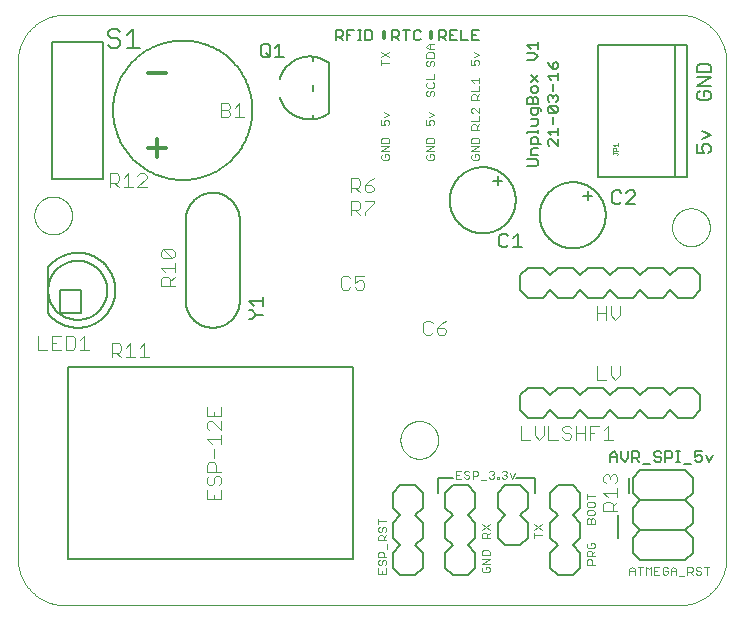
<source format=gto>
G75*
%MOIN*%
%OFA0B0*%
%FSLAX25Y25*%
%IPPOS*%
%LPD*%
%AMOC8*
5,1,8,0,0,1.08239X$1,22.5*
%
%ADD10C,0.00000*%
%ADD11C,0.00400*%
%ADD12C,0.01200*%
%ADD13C,0.00600*%
%ADD14C,0.00500*%
%ADD15C,0.00800*%
%ADD16C,0.00100*%
%ADD17C,0.00700*%
D10*
X0016748Y0029795D02*
X0221472Y0029795D01*
X0221853Y0029800D01*
X0222233Y0029813D01*
X0222613Y0029836D01*
X0222992Y0029869D01*
X0223370Y0029910D01*
X0223747Y0029960D01*
X0224123Y0030020D01*
X0224498Y0030088D01*
X0224870Y0030166D01*
X0225241Y0030253D01*
X0225609Y0030348D01*
X0225975Y0030453D01*
X0226338Y0030566D01*
X0226699Y0030688D01*
X0227056Y0030818D01*
X0227410Y0030958D01*
X0227761Y0031105D01*
X0228108Y0031262D01*
X0228451Y0031426D01*
X0228790Y0031599D01*
X0229125Y0031780D01*
X0229456Y0031969D01*
X0229781Y0032166D01*
X0230102Y0032370D01*
X0230418Y0032583D01*
X0230728Y0032803D01*
X0231034Y0033030D01*
X0231333Y0033265D01*
X0231627Y0033507D01*
X0231915Y0033755D01*
X0232197Y0034011D01*
X0232472Y0034274D01*
X0232741Y0034543D01*
X0233004Y0034818D01*
X0233260Y0035100D01*
X0233508Y0035388D01*
X0233750Y0035682D01*
X0233985Y0035981D01*
X0234212Y0036287D01*
X0234432Y0036597D01*
X0234645Y0036913D01*
X0234849Y0037234D01*
X0235046Y0037559D01*
X0235235Y0037890D01*
X0235416Y0038225D01*
X0235589Y0038564D01*
X0235753Y0038907D01*
X0235910Y0039254D01*
X0236057Y0039605D01*
X0236197Y0039959D01*
X0236327Y0040316D01*
X0236449Y0040677D01*
X0236562Y0041040D01*
X0236667Y0041406D01*
X0236762Y0041774D01*
X0236849Y0042145D01*
X0236927Y0042517D01*
X0236995Y0042892D01*
X0237055Y0043268D01*
X0237105Y0043645D01*
X0237146Y0044023D01*
X0237179Y0044402D01*
X0237202Y0044782D01*
X0237215Y0045162D01*
X0237220Y0045543D01*
X0237220Y0210897D01*
X0237215Y0211278D01*
X0237202Y0211658D01*
X0237179Y0212038D01*
X0237146Y0212417D01*
X0237105Y0212795D01*
X0237055Y0213172D01*
X0236995Y0213548D01*
X0236927Y0213923D01*
X0236849Y0214295D01*
X0236762Y0214666D01*
X0236667Y0215034D01*
X0236562Y0215400D01*
X0236449Y0215763D01*
X0236327Y0216124D01*
X0236197Y0216481D01*
X0236057Y0216835D01*
X0235910Y0217186D01*
X0235753Y0217533D01*
X0235589Y0217876D01*
X0235416Y0218215D01*
X0235235Y0218550D01*
X0235046Y0218881D01*
X0234849Y0219206D01*
X0234645Y0219527D01*
X0234432Y0219843D01*
X0234212Y0220153D01*
X0233985Y0220459D01*
X0233750Y0220758D01*
X0233508Y0221052D01*
X0233260Y0221340D01*
X0233004Y0221622D01*
X0232741Y0221897D01*
X0232472Y0222166D01*
X0232197Y0222429D01*
X0231915Y0222685D01*
X0231627Y0222933D01*
X0231333Y0223175D01*
X0231034Y0223410D01*
X0230728Y0223637D01*
X0230418Y0223857D01*
X0230102Y0224070D01*
X0229781Y0224274D01*
X0229456Y0224471D01*
X0229125Y0224660D01*
X0228790Y0224841D01*
X0228451Y0225014D01*
X0228108Y0225178D01*
X0227761Y0225335D01*
X0227410Y0225482D01*
X0227056Y0225622D01*
X0226699Y0225752D01*
X0226338Y0225874D01*
X0225975Y0225987D01*
X0225609Y0226092D01*
X0225241Y0226187D01*
X0224870Y0226274D01*
X0224498Y0226352D01*
X0224123Y0226420D01*
X0223747Y0226480D01*
X0223370Y0226530D01*
X0222992Y0226571D01*
X0222613Y0226604D01*
X0222233Y0226627D01*
X0221853Y0226640D01*
X0221472Y0226645D01*
X0016748Y0226645D01*
X0016367Y0226640D01*
X0015987Y0226627D01*
X0015607Y0226604D01*
X0015228Y0226571D01*
X0014850Y0226530D01*
X0014473Y0226480D01*
X0014097Y0226420D01*
X0013722Y0226352D01*
X0013350Y0226274D01*
X0012979Y0226187D01*
X0012611Y0226092D01*
X0012245Y0225987D01*
X0011882Y0225874D01*
X0011521Y0225752D01*
X0011164Y0225622D01*
X0010810Y0225482D01*
X0010459Y0225335D01*
X0010112Y0225178D01*
X0009769Y0225014D01*
X0009430Y0224841D01*
X0009095Y0224660D01*
X0008764Y0224471D01*
X0008439Y0224274D01*
X0008118Y0224070D01*
X0007802Y0223857D01*
X0007492Y0223637D01*
X0007186Y0223410D01*
X0006887Y0223175D01*
X0006593Y0222933D01*
X0006305Y0222685D01*
X0006023Y0222429D01*
X0005748Y0222166D01*
X0005479Y0221897D01*
X0005216Y0221622D01*
X0004960Y0221340D01*
X0004712Y0221052D01*
X0004470Y0220758D01*
X0004235Y0220459D01*
X0004008Y0220153D01*
X0003788Y0219843D01*
X0003575Y0219527D01*
X0003371Y0219206D01*
X0003174Y0218881D01*
X0002985Y0218550D01*
X0002804Y0218215D01*
X0002631Y0217876D01*
X0002467Y0217533D01*
X0002310Y0217186D01*
X0002163Y0216835D01*
X0002023Y0216481D01*
X0001893Y0216124D01*
X0001771Y0215763D01*
X0001658Y0215400D01*
X0001553Y0215034D01*
X0001458Y0214666D01*
X0001371Y0214295D01*
X0001293Y0213923D01*
X0001225Y0213548D01*
X0001165Y0213172D01*
X0001115Y0212795D01*
X0001074Y0212417D01*
X0001041Y0212038D01*
X0001018Y0211658D01*
X0001005Y0211278D01*
X0001000Y0210897D01*
X0001000Y0045543D01*
X0001005Y0045162D01*
X0001018Y0044782D01*
X0001041Y0044402D01*
X0001074Y0044023D01*
X0001115Y0043645D01*
X0001165Y0043268D01*
X0001225Y0042892D01*
X0001293Y0042517D01*
X0001371Y0042145D01*
X0001458Y0041774D01*
X0001553Y0041406D01*
X0001658Y0041040D01*
X0001771Y0040677D01*
X0001893Y0040316D01*
X0002023Y0039959D01*
X0002163Y0039605D01*
X0002310Y0039254D01*
X0002467Y0038907D01*
X0002631Y0038564D01*
X0002804Y0038225D01*
X0002985Y0037890D01*
X0003174Y0037559D01*
X0003371Y0037234D01*
X0003575Y0036913D01*
X0003788Y0036597D01*
X0004008Y0036287D01*
X0004235Y0035981D01*
X0004470Y0035682D01*
X0004712Y0035388D01*
X0004960Y0035100D01*
X0005216Y0034818D01*
X0005479Y0034543D01*
X0005748Y0034274D01*
X0006023Y0034011D01*
X0006305Y0033755D01*
X0006593Y0033507D01*
X0006887Y0033265D01*
X0007186Y0033030D01*
X0007492Y0032803D01*
X0007802Y0032583D01*
X0008118Y0032370D01*
X0008439Y0032166D01*
X0008764Y0031969D01*
X0009095Y0031780D01*
X0009430Y0031599D01*
X0009769Y0031426D01*
X0010112Y0031262D01*
X0010459Y0031105D01*
X0010810Y0030958D01*
X0011164Y0030818D01*
X0011521Y0030688D01*
X0011882Y0030566D01*
X0012245Y0030453D01*
X0012611Y0030348D01*
X0012979Y0030253D01*
X0013350Y0030166D01*
X0013722Y0030088D01*
X0014097Y0030020D01*
X0014473Y0029960D01*
X0014850Y0029910D01*
X0015228Y0029869D01*
X0015607Y0029836D01*
X0015987Y0029813D01*
X0016367Y0029800D01*
X0016748Y0029795D01*
X0006512Y0159716D02*
X0006514Y0159874D01*
X0006520Y0160032D01*
X0006530Y0160190D01*
X0006544Y0160348D01*
X0006562Y0160505D01*
X0006583Y0160662D01*
X0006609Y0160818D01*
X0006639Y0160974D01*
X0006672Y0161129D01*
X0006710Y0161282D01*
X0006751Y0161435D01*
X0006796Y0161587D01*
X0006845Y0161738D01*
X0006898Y0161887D01*
X0006954Y0162035D01*
X0007014Y0162181D01*
X0007078Y0162326D01*
X0007146Y0162469D01*
X0007217Y0162611D01*
X0007291Y0162751D01*
X0007369Y0162888D01*
X0007451Y0163024D01*
X0007535Y0163158D01*
X0007624Y0163289D01*
X0007715Y0163418D01*
X0007810Y0163545D01*
X0007907Y0163670D01*
X0008008Y0163792D01*
X0008112Y0163911D01*
X0008219Y0164028D01*
X0008329Y0164142D01*
X0008442Y0164253D01*
X0008557Y0164362D01*
X0008675Y0164467D01*
X0008796Y0164569D01*
X0008919Y0164669D01*
X0009045Y0164765D01*
X0009173Y0164858D01*
X0009303Y0164948D01*
X0009436Y0165034D01*
X0009571Y0165118D01*
X0009707Y0165197D01*
X0009846Y0165274D01*
X0009987Y0165346D01*
X0010129Y0165416D01*
X0010273Y0165481D01*
X0010419Y0165543D01*
X0010566Y0165601D01*
X0010715Y0165656D01*
X0010865Y0165707D01*
X0011016Y0165754D01*
X0011168Y0165797D01*
X0011321Y0165836D01*
X0011476Y0165872D01*
X0011631Y0165903D01*
X0011787Y0165931D01*
X0011943Y0165955D01*
X0012100Y0165975D01*
X0012258Y0165991D01*
X0012415Y0166003D01*
X0012574Y0166011D01*
X0012732Y0166015D01*
X0012890Y0166015D01*
X0013048Y0166011D01*
X0013207Y0166003D01*
X0013364Y0165991D01*
X0013522Y0165975D01*
X0013679Y0165955D01*
X0013835Y0165931D01*
X0013991Y0165903D01*
X0014146Y0165872D01*
X0014301Y0165836D01*
X0014454Y0165797D01*
X0014606Y0165754D01*
X0014757Y0165707D01*
X0014907Y0165656D01*
X0015056Y0165601D01*
X0015203Y0165543D01*
X0015349Y0165481D01*
X0015493Y0165416D01*
X0015635Y0165346D01*
X0015776Y0165274D01*
X0015915Y0165197D01*
X0016051Y0165118D01*
X0016186Y0165034D01*
X0016319Y0164948D01*
X0016449Y0164858D01*
X0016577Y0164765D01*
X0016703Y0164669D01*
X0016826Y0164569D01*
X0016947Y0164467D01*
X0017065Y0164362D01*
X0017180Y0164253D01*
X0017293Y0164142D01*
X0017403Y0164028D01*
X0017510Y0163911D01*
X0017614Y0163792D01*
X0017715Y0163670D01*
X0017812Y0163545D01*
X0017907Y0163418D01*
X0017998Y0163289D01*
X0018087Y0163158D01*
X0018171Y0163024D01*
X0018253Y0162888D01*
X0018331Y0162751D01*
X0018405Y0162611D01*
X0018476Y0162469D01*
X0018544Y0162326D01*
X0018608Y0162181D01*
X0018668Y0162035D01*
X0018724Y0161887D01*
X0018777Y0161738D01*
X0018826Y0161587D01*
X0018871Y0161435D01*
X0018912Y0161282D01*
X0018950Y0161129D01*
X0018983Y0160974D01*
X0019013Y0160818D01*
X0019039Y0160662D01*
X0019060Y0160505D01*
X0019078Y0160348D01*
X0019092Y0160190D01*
X0019102Y0160032D01*
X0019108Y0159874D01*
X0019110Y0159716D01*
X0019108Y0159558D01*
X0019102Y0159400D01*
X0019092Y0159242D01*
X0019078Y0159084D01*
X0019060Y0158927D01*
X0019039Y0158770D01*
X0019013Y0158614D01*
X0018983Y0158458D01*
X0018950Y0158303D01*
X0018912Y0158150D01*
X0018871Y0157997D01*
X0018826Y0157845D01*
X0018777Y0157694D01*
X0018724Y0157545D01*
X0018668Y0157397D01*
X0018608Y0157251D01*
X0018544Y0157106D01*
X0018476Y0156963D01*
X0018405Y0156821D01*
X0018331Y0156681D01*
X0018253Y0156544D01*
X0018171Y0156408D01*
X0018087Y0156274D01*
X0017998Y0156143D01*
X0017907Y0156014D01*
X0017812Y0155887D01*
X0017715Y0155762D01*
X0017614Y0155640D01*
X0017510Y0155521D01*
X0017403Y0155404D01*
X0017293Y0155290D01*
X0017180Y0155179D01*
X0017065Y0155070D01*
X0016947Y0154965D01*
X0016826Y0154863D01*
X0016703Y0154763D01*
X0016577Y0154667D01*
X0016449Y0154574D01*
X0016319Y0154484D01*
X0016186Y0154398D01*
X0016051Y0154314D01*
X0015915Y0154235D01*
X0015776Y0154158D01*
X0015635Y0154086D01*
X0015493Y0154016D01*
X0015349Y0153951D01*
X0015203Y0153889D01*
X0015056Y0153831D01*
X0014907Y0153776D01*
X0014757Y0153725D01*
X0014606Y0153678D01*
X0014454Y0153635D01*
X0014301Y0153596D01*
X0014146Y0153560D01*
X0013991Y0153529D01*
X0013835Y0153501D01*
X0013679Y0153477D01*
X0013522Y0153457D01*
X0013364Y0153441D01*
X0013207Y0153429D01*
X0013048Y0153421D01*
X0012890Y0153417D01*
X0012732Y0153417D01*
X0012574Y0153421D01*
X0012415Y0153429D01*
X0012258Y0153441D01*
X0012100Y0153457D01*
X0011943Y0153477D01*
X0011787Y0153501D01*
X0011631Y0153529D01*
X0011476Y0153560D01*
X0011321Y0153596D01*
X0011168Y0153635D01*
X0011016Y0153678D01*
X0010865Y0153725D01*
X0010715Y0153776D01*
X0010566Y0153831D01*
X0010419Y0153889D01*
X0010273Y0153951D01*
X0010129Y0154016D01*
X0009987Y0154086D01*
X0009846Y0154158D01*
X0009707Y0154235D01*
X0009571Y0154314D01*
X0009436Y0154398D01*
X0009303Y0154484D01*
X0009173Y0154574D01*
X0009045Y0154667D01*
X0008919Y0154763D01*
X0008796Y0154863D01*
X0008675Y0154965D01*
X0008557Y0155070D01*
X0008442Y0155179D01*
X0008329Y0155290D01*
X0008219Y0155404D01*
X0008112Y0155521D01*
X0008008Y0155640D01*
X0007907Y0155762D01*
X0007810Y0155887D01*
X0007715Y0156014D01*
X0007624Y0156143D01*
X0007535Y0156274D01*
X0007451Y0156408D01*
X0007369Y0156544D01*
X0007291Y0156681D01*
X0007217Y0156821D01*
X0007146Y0156963D01*
X0007078Y0157106D01*
X0007014Y0157251D01*
X0006954Y0157397D01*
X0006898Y0157545D01*
X0006845Y0157694D01*
X0006796Y0157845D01*
X0006751Y0157997D01*
X0006710Y0158150D01*
X0006672Y0158303D01*
X0006639Y0158458D01*
X0006609Y0158614D01*
X0006583Y0158770D01*
X0006562Y0158927D01*
X0006544Y0159084D01*
X0006530Y0159242D01*
X0006520Y0159400D01*
X0006514Y0159558D01*
X0006512Y0159716D01*
X0128559Y0084913D02*
X0128561Y0085071D01*
X0128567Y0085229D01*
X0128577Y0085387D01*
X0128591Y0085545D01*
X0128609Y0085702D01*
X0128630Y0085859D01*
X0128656Y0086015D01*
X0128686Y0086171D01*
X0128719Y0086326D01*
X0128757Y0086479D01*
X0128798Y0086632D01*
X0128843Y0086784D01*
X0128892Y0086935D01*
X0128945Y0087084D01*
X0129001Y0087232D01*
X0129061Y0087378D01*
X0129125Y0087523D01*
X0129193Y0087666D01*
X0129264Y0087808D01*
X0129338Y0087948D01*
X0129416Y0088085D01*
X0129498Y0088221D01*
X0129582Y0088355D01*
X0129671Y0088486D01*
X0129762Y0088615D01*
X0129857Y0088742D01*
X0129954Y0088867D01*
X0130055Y0088989D01*
X0130159Y0089108D01*
X0130266Y0089225D01*
X0130376Y0089339D01*
X0130489Y0089450D01*
X0130604Y0089559D01*
X0130722Y0089664D01*
X0130843Y0089766D01*
X0130966Y0089866D01*
X0131092Y0089962D01*
X0131220Y0090055D01*
X0131350Y0090145D01*
X0131483Y0090231D01*
X0131618Y0090315D01*
X0131754Y0090394D01*
X0131893Y0090471D01*
X0132034Y0090543D01*
X0132176Y0090613D01*
X0132320Y0090678D01*
X0132466Y0090740D01*
X0132613Y0090798D01*
X0132762Y0090853D01*
X0132912Y0090904D01*
X0133063Y0090951D01*
X0133215Y0090994D01*
X0133368Y0091033D01*
X0133523Y0091069D01*
X0133678Y0091100D01*
X0133834Y0091128D01*
X0133990Y0091152D01*
X0134147Y0091172D01*
X0134305Y0091188D01*
X0134462Y0091200D01*
X0134621Y0091208D01*
X0134779Y0091212D01*
X0134937Y0091212D01*
X0135095Y0091208D01*
X0135254Y0091200D01*
X0135411Y0091188D01*
X0135569Y0091172D01*
X0135726Y0091152D01*
X0135882Y0091128D01*
X0136038Y0091100D01*
X0136193Y0091069D01*
X0136348Y0091033D01*
X0136501Y0090994D01*
X0136653Y0090951D01*
X0136804Y0090904D01*
X0136954Y0090853D01*
X0137103Y0090798D01*
X0137250Y0090740D01*
X0137396Y0090678D01*
X0137540Y0090613D01*
X0137682Y0090543D01*
X0137823Y0090471D01*
X0137962Y0090394D01*
X0138098Y0090315D01*
X0138233Y0090231D01*
X0138366Y0090145D01*
X0138496Y0090055D01*
X0138624Y0089962D01*
X0138750Y0089866D01*
X0138873Y0089766D01*
X0138994Y0089664D01*
X0139112Y0089559D01*
X0139227Y0089450D01*
X0139340Y0089339D01*
X0139450Y0089225D01*
X0139557Y0089108D01*
X0139661Y0088989D01*
X0139762Y0088867D01*
X0139859Y0088742D01*
X0139954Y0088615D01*
X0140045Y0088486D01*
X0140134Y0088355D01*
X0140218Y0088221D01*
X0140300Y0088085D01*
X0140378Y0087948D01*
X0140452Y0087808D01*
X0140523Y0087666D01*
X0140591Y0087523D01*
X0140655Y0087378D01*
X0140715Y0087232D01*
X0140771Y0087084D01*
X0140824Y0086935D01*
X0140873Y0086784D01*
X0140918Y0086632D01*
X0140959Y0086479D01*
X0140997Y0086326D01*
X0141030Y0086171D01*
X0141060Y0086015D01*
X0141086Y0085859D01*
X0141107Y0085702D01*
X0141125Y0085545D01*
X0141139Y0085387D01*
X0141149Y0085229D01*
X0141155Y0085071D01*
X0141157Y0084913D01*
X0141155Y0084755D01*
X0141149Y0084597D01*
X0141139Y0084439D01*
X0141125Y0084281D01*
X0141107Y0084124D01*
X0141086Y0083967D01*
X0141060Y0083811D01*
X0141030Y0083655D01*
X0140997Y0083500D01*
X0140959Y0083347D01*
X0140918Y0083194D01*
X0140873Y0083042D01*
X0140824Y0082891D01*
X0140771Y0082742D01*
X0140715Y0082594D01*
X0140655Y0082448D01*
X0140591Y0082303D01*
X0140523Y0082160D01*
X0140452Y0082018D01*
X0140378Y0081878D01*
X0140300Y0081741D01*
X0140218Y0081605D01*
X0140134Y0081471D01*
X0140045Y0081340D01*
X0139954Y0081211D01*
X0139859Y0081084D01*
X0139762Y0080959D01*
X0139661Y0080837D01*
X0139557Y0080718D01*
X0139450Y0080601D01*
X0139340Y0080487D01*
X0139227Y0080376D01*
X0139112Y0080267D01*
X0138994Y0080162D01*
X0138873Y0080060D01*
X0138750Y0079960D01*
X0138624Y0079864D01*
X0138496Y0079771D01*
X0138366Y0079681D01*
X0138233Y0079595D01*
X0138098Y0079511D01*
X0137962Y0079432D01*
X0137823Y0079355D01*
X0137682Y0079283D01*
X0137540Y0079213D01*
X0137396Y0079148D01*
X0137250Y0079086D01*
X0137103Y0079028D01*
X0136954Y0078973D01*
X0136804Y0078922D01*
X0136653Y0078875D01*
X0136501Y0078832D01*
X0136348Y0078793D01*
X0136193Y0078757D01*
X0136038Y0078726D01*
X0135882Y0078698D01*
X0135726Y0078674D01*
X0135569Y0078654D01*
X0135411Y0078638D01*
X0135254Y0078626D01*
X0135095Y0078618D01*
X0134937Y0078614D01*
X0134779Y0078614D01*
X0134621Y0078618D01*
X0134462Y0078626D01*
X0134305Y0078638D01*
X0134147Y0078654D01*
X0133990Y0078674D01*
X0133834Y0078698D01*
X0133678Y0078726D01*
X0133523Y0078757D01*
X0133368Y0078793D01*
X0133215Y0078832D01*
X0133063Y0078875D01*
X0132912Y0078922D01*
X0132762Y0078973D01*
X0132613Y0079028D01*
X0132466Y0079086D01*
X0132320Y0079148D01*
X0132176Y0079213D01*
X0132034Y0079283D01*
X0131893Y0079355D01*
X0131754Y0079432D01*
X0131618Y0079511D01*
X0131483Y0079595D01*
X0131350Y0079681D01*
X0131220Y0079771D01*
X0131092Y0079864D01*
X0130966Y0079960D01*
X0130843Y0080060D01*
X0130722Y0080162D01*
X0130604Y0080267D01*
X0130489Y0080376D01*
X0130376Y0080487D01*
X0130266Y0080601D01*
X0130159Y0080718D01*
X0130055Y0080837D01*
X0129954Y0080959D01*
X0129857Y0081084D01*
X0129762Y0081211D01*
X0129671Y0081340D01*
X0129582Y0081471D01*
X0129498Y0081605D01*
X0129416Y0081741D01*
X0129338Y0081878D01*
X0129264Y0082018D01*
X0129193Y0082160D01*
X0129125Y0082303D01*
X0129061Y0082448D01*
X0129001Y0082594D01*
X0128945Y0082742D01*
X0128892Y0082891D01*
X0128843Y0083042D01*
X0128798Y0083194D01*
X0128757Y0083347D01*
X0128719Y0083500D01*
X0128686Y0083655D01*
X0128656Y0083811D01*
X0128630Y0083967D01*
X0128609Y0084124D01*
X0128591Y0084281D01*
X0128577Y0084439D01*
X0128567Y0084597D01*
X0128561Y0084755D01*
X0128559Y0084913D01*
X0219110Y0155779D02*
X0219112Y0155937D01*
X0219118Y0156095D01*
X0219128Y0156253D01*
X0219142Y0156411D01*
X0219160Y0156568D01*
X0219181Y0156725D01*
X0219207Y0156881D01*
X0219237Y0157037D01*
X0219270Y0157192D01*
X0219308Y0157345D01*
X0219349Y0157498D01*
X0219394Y0157650D01*
X0219443Y0157801D01*
X0219496Y0157950D01*
X0219552Y0158098D01*
X0219612Y0158244D01*
X0219676Y0158389D01*
X0219744Y0158532D01*
X0219815Y0158674D01*
X0219889Y0158814D01*
X0219967Y0158951D01*
X0220049Y0159087D01*
X0220133Y0159221D01*
X0220222Y0159352D01*
X0220313Y0159481D01*
X0220408Y0159608D01*
X0220505Y0159733D01*
X0220606Y0159855D01*
X0220710Y0159974D01*
X0220817Y0160091D01*
X0220927Y0160205D01*
X0221040Y0160316D01*
X0221155Y0160425D01*
X0221273Y0160530D01*
X0221394Y0160632D01*
X0221517Y0160732D01*
X0221643Y0160828D01*
X0221771Y0160921D01*
X0221901Y0161011D01*
X0222034Y0161097D01*
X0222169Y0161181D01*
X0222305Y0161260D01*
X0222444Y0161337D01*
X0222585Y0161409D01*
X0222727Y0161479D01*
X0222871Y0161544D01*
X0223017Y0161606D01*
X0223164Y0161664D01*
X0223313Y0161719D01*
X0223463Y0161770D01*
X0223614Y0161817D01*
X0223766Y0161860D01*
X0223919Y0161899D01*
X0224074Y0161935D01*
X0224229Y0161966D01*
X0224385Y0161994D01*
X0224541Y0162018D01*
X0224698Y0162038D01*
X0224856Y0162054D01*
X0225013Y0162066D01*
X0225172Y0162074D01*
X0225330Y0162078D01*
X0225488Y0162078D01*
X0225646Y0162074D01*
X0225805Y0162066D01*
X0225962Y0162054D01*
X0226120Y0162038D01*
X0226277Y0162018D01*
X0226433Y0161994D01*
X0226589Y0161966D01*
X0226744Y0161935D01*
X0226899Y0161899D01*
X0227052Y0161860D01*
X0227204Y0161817D01*
X0227355Y0161770D01*
X0227505Y0161719D01*
X0227654Y0161664D01*
X0227801Y0161606D01*
X0227947Y0161544D01*
X0228091Y0161479D01*
X0228233Y0161409D01*
X0228374Y0161337D01*
X0228513Y0161260D01*
X0228649Y0161181D01*
X0228784Y0161097D01*
X0228917Y0161011D01*
X0229047Y0160921D01*
X0229175Y0160828D01*
X0229301Y0160732D01*
X0229424Y0160632D01*
X0229545Y0160530D01*
X0229663Y0160425D01*
X0229778Y0160316D01*
X0229891Y0160205D01*
X0230001Y0160091D01*
X0230108Y0159974D01*
X0230212Y0159855D01*
X0230313Y0159733D01*
X0230410Y0159608D01*
X0230505Y0159481D01*
X0230596Y0159352D01*
X0230685Y0159221D01*
X0230769Y0159087D01*
X0230851Y0158951D01*
X0230929Y0158814D01*
X0231003Y0158674D01*
X0231074Y0158532D01*
X0231142Y0158389D01*
X0231206Y0158244D01*
X0231266Y0158098D01*
X0231322Y0157950D01*
X0231375Y0157801D01*
X0231424Y0157650D01*
X0231469Y0157498D01*
X0231510Y0157345D01*
X0231548Y0157192D01*
X0231581Y0157037D01*
X0231611Y0156881D01*
X0231637Y0156725D01*
X0231658Y0156568D01*
X0231676Y0156411D01*
X0231690Y0156253D01*
X0231700Y0156095D01*
X0231706Y0155937D01*
X0231708Y0155779D01*
X0231706Y0155621D01*
X0231700Y0155463D01*
X0231690Y0155305D01*
X0231676Y0155147D01*
X0231658Y0154990D01*
X0231637Y0154833D01*
X0231611Y0154677D01*
X0231581Y0154521D01*
X0231548Y0154366D01*
X0231510Y0154213D01*
X0231469Y0154060D01*
X0231424Y0153908D01*
X0231375Y0153757D01*
X0231322Y0153608D01*
X0231266Y0153460D01*
X0231206Y0153314D01*
X0231142Y0153169D01*
X0231074Y0153026D01*
X0231003Y0152884D01*
X0230929Y0152744D01*
X0230851Y0152607D01*
X0230769Y0152471D01*
X0230685Y0152337D01*
X0230596Y0152206D01*
X0230505Y0152077D01*
X0230410Y0151950D01*
X0230313Y0151825D01*
X0230212Y0151703D01*
X0230108Y0151584D01*
X0230001Y0151467D01*
X0229891Y0151353D01*
X0229778Y0151242D01*
X0229663Y0151133D01*
X0229545Y0151028D01*
X0229424Y0150926D01*
X0229301Y0150826D01*
X0229175Y0150730D01*
X0229047Y0150637D01*
X0228917Y0150547D01*
X0228784Y0150461D01*
X0228649Y0150377D01*
X0228513Y0150298D01*
X0228374Y0150221D01*
X0228233Y0150149D01*
X0228091Y0150079D01*
X0227947Y0150014D01*
X0227801Y0149952D01*
X0227654Y0149894D01*
X0227505Y0149839D01*
X0227355Y0149788D01*
X0227204Y0149741D01*
X0227052Y0149698D01*
X0226899Y0149659D01*
X0226744Y0149623D01*
X0226589Y0149592D01*
X0226433Y0149564D01*
X0226277Y0149540D01*
X0226120Y0149520D01*
X0225962Y0149504D01*
X0225805Y0149492D01*
X0225646Y0149484D01*
X0225488Y0149480D01*
X0225330Y0149480D01*
X0225172Y0149484D01*
X0225013Y0149492D01*
X0224856Y0149504D01*
X0224698Y0149520D01*
X0224541Y0149540D01*
X0224385Y0149564D01*
X0224229Y0149592D01*
X0224074Y0149623D01*
X0223919Y0149659D01*
X0223766Y0149698D01*
X0223614Y0149741D01*
X0223463Y0149788D01*
X0223313Y0149839D01*
X0223164Y0149894D01*
X0223017Y0149952D01*
X0222871Y0150014D01*
X0222727Y0150079D01*
X0222585Y0150149D01*
X0222444Y0150221D01*
X0222305Y0150298D01*
X0222169Y0150377D01*
X0222034Y0150461D01*
X0221901Y0150547D01*
X0221771Y0150637D01*
X0221643Y0150730D01*
X0221517Y0150826D01*
X0221394Y0150926D01*
X0221273Y0151028D01*
X0221155Y0151133D01*
X0221040Y0151242D01*
X0220927Y0151353D01*
X0220817Y0151467D01*
X0220710Y0151584D01*
X0220606Y0151703D01*
X0220505Y0151825D01*
X0220408Y0151950D01*
X0220313Y0152077D01*
X0220222Y0152206D01*
X0220133Y0152337D01*
X0220049Y0152471D01*
X0219967Y0152607D01*
X0219889Y0152744D01*
X0219815Y0152884D01*
X0219744Y0153026D01*
X0219676Y0153169D01*
X0219612Y0153314D01*
X0219552Y0153460D01*
X0219496Y0153608D01*
X0219443Y0153757D01*
X0219394Y0153908D01*
X0219349Y0154060D01*
X0219308Y0154213D01*
X0219270Y0154366D01*
X0219237Y0154521D01*
X0219207Y0154677D01*
X0219181Y0154833D01*
X0219160Y0154990D01*
X0219142Y0155147D01*
X0219128Y0155305D01*
X0219118Y0155463D01*
X0219112Y0155621D01*
X0219110Y0155779D01*
D11*
X0201769Y0129599D02*
X0201769Y0126530D01*
X0200235Y0124995D01*
X0198700Y0126530D01*
X0198700Y0129599D01*
X0197165Y0129599D02*
X0197165Y0124995D01*
X0197165Y0127297D02*
X0194096Y0127297D01*
X0194096Y0124995D02*
X0194096Y0129599D01*
X0194096Y0109599D02*
X0194096Y0104995D01*
X0197165Y0104995D01*
X0198700Y0106530D02*
X0198700Y0109599D01*
X0201769Y0109599D02*
X0201769Y0106530D01*
X0200235Y0104995D01*
X0198700Y0106530D01*
X0197858Y0089599D02*
X0196324Y0088064D01*
X0197858Y0089599D02*
X0197858Y0084995D01*
X0196324Y0084995D02*
X0199393Y0084995D01*
X0194789Y0089599D02*
X0191720Y0089599D01*
X0191720Y0084995D01*
X0190185Y0084995D02*
X0190185Y0089599D01*
X0190185Y0087297D02*
X0187116Y0087297D01*
X0185581Y0086530D02*
X0185581Y0085762D01*
X0184814Y0084995D01*
X0183279Y0084995D01*
X0182512Y0085762D01*
X0180977Y0084995D02*
X0177908Y0084995D01*
X0177908Y0089599D01*
X0176373Y0089599D02*
X0176373Y0086530D01*
X0174839Y0084995D01*
X0173304Y0086530D01*
X0173304Y0089599D01*
X0171769Y0084995D02*
X0168700Y0084995D01*
X0168700Y0089599D01*
X0163585Y0074597D02*
X0164019Y0074163D01*
X0164019Y0073730D01*
X0163585Y0073296D01*
X0164019Y0072862D01*
X0164019Y0072429D01*
X0163585Y0071995D01*
X0162718Y0071995D01*
X0162284Y0072429D01*
X0161337Y0072429D02*
X0161337Y0071995D01*
X0160903Y0071995D01*
X0160903Y0072429D01*
X0161337Y0072429D01*
X0159875Y0072429D02*
X0159442Y0071995D01*
X0158574Y0071995D01*
X0158141Y0072429D01*
X0159008Y0073296D02*
X0159442Y0073296D01*
X0159875Y0072862D01*
X0159875Y0072429D01*
X0159442Y0073296D02*
X0159875Y0073730D01*
X0159875Y0074163D01*
X0159442Y0074597D01*
X0158574Y0074597D01*
X0158141Y0074163D01*
X0157113Y0071561D02*
X0155378Y0071561D01*
X0153917Y0072862D02*
X0152616Y0072862D01*
X0152616Y0071995D02*
X0152616Y0074597D01*
X0153917Y0074597D01*
X0154351Y0074163D01*
X0154351Y0073296D01*
X0153917Y0072862D01*
X0151588Y0072862D02*
X0151588Y0072429D01*
X0151155Y0071995D01*
X0150287Y0071995D01*
X0149853Y0072429D01*
X0150287Y0073296D02*
X0149853Y0073730D01*
X0149853Y0074163D01*
X0150287Y0074597D01*
X0151155Y0074597D01*
X0151588Y0074163D01*
X0151155Y0073296D02*
X0151588Y0072862D01*
X0151155Y0073296D02*
X0150287Y0073296D01*
X0148826Y0071995D02*
X0147091Y0071995D01*
X0147091Y0074597D01*
X0148826Y0074597D01*
X0147959Y0073296D02*
X0147091Y0073296D01*
X0155698Y0056730D02*
X0158300Y0054995D01*
X0158300Y0053967D02*
X0157433Y0053100D01*
X0157433Y0053534D02*
X0157433Y0052233D01*
X0158300Y0052233D02*
X0155698Y0052233D01*
X0155698Y0053534D01*
X0156131Y0053967D01*
X0156999Y0053967D01*
X0157433Y0053534D01*
X0155698Y0054995D02*
X0158300Y0056730D01*
X0157866Y0048111D02*
X0156131Y0048111D01*
X0155698Y0047677D01*
X0155698Y0046376D01*
X0158300Y0046376D01*
X0158300Y0047677D01*
X0157866Y0048111D01*
X0158300Y0045349D02*
X0155698Y0045349D01*
X0155698Y0043614D02*
X0158300Y0045349D01*
X0158300Y0043614D02*
X0155698Y0043614D01*
X0156131Y0042586D02*
X0155698Y0042153D01*
X0155698Y0041285D01*
X0156131Y0040851D01*
X0157866Y0040851D01*
X0158300Y0041285D01*
X0158300Y0042153D01*
X0157866Y0042586D01*
X0156999Y0042586D01*
X0156999Y0041719D01*
X0173198Y0052233D02*
X0173198Y0053967D01*
X0173198Y0053100D02*
X0175800Y0053100D01*
X0175800Y0054995D02*
X0173198Y0056730D01*
X0173198Y0054995D02*
X0175800Y0056730D01*
X0165914Y0071995D02*
X0166781Y0073730D01*
X0165046Y0073730D02*
X0165914Y0071995D01*
X0163585Y0073296D02*
X0163151Y0073296D01*
X0162284Y0074163D02*
X0162718Y0074597D01*
X0163585Y0074597D01*
X0182512Y0088064D02*
X0183279Y0087297D01*
X0184814Y0087297D01*
X0185581Y0086530D01*
X0187116Y0084995D02*
X0187116Y0089599D01*
X0185581Y0088832D02*
X0184814Y0089599D01*
X0183279Y0089599D01*
X0182512Y0088832D01*
X0182512Y0088064D01*
X0191720Y0087297D02*
X0193254Y0087297D01*
X0196963Y0073460D02*
X0197731Y0073460D01*
X0198498Y0072693D01*
X0199265Y0073460D01*
X0200033Y0073460D01*
X0200800Y0072693D01*
X0200800Y0071158D01*
X0200033Y0070391D01*
X0200800Y0068856D02*
X0200800Y0065787D01*
X0200800Y0064252D02*
X0199265Y0062718D01*
X0199265Y0063485D02*
X0199265Y0061183D01*
X0200800Y0061183D02*
X0196196Y0061183D01*
X0196196Y0063485D01*
X0196963Y0064252D01*
X0198498Y0064252D01*
X0199265Y0063485D01*
X0197731Y0065787D02*
X0196196Y0067322D01*
X0200800Y0067322D01*
X0198498Y0071926D02*
X0198498Y0072693D01*
X0196963Y0073460D02*
X0196196Y0072693D01*
X0196196Y0071158D01*
X0196963Y0070391D01*
X0193300Y0066125D02*
X0190698Y0066125D01*
X0190698Y0066992D02*
X0190698Y0065257D01*
X0191131Y0064230D02*
X0190698Y0063796D01*
X0190698Y0062929D01*
X0191131Y0062495D01*
X0192866Y0062495D01*
X0193300Y0062929D01*
X0193300Y0063796D01*
X0192866Y0064230D01*
X0191131Y0064230D01*
X0191131Y0061467D02*
X0190698Y0061034D01*
X0190698Y0060166D01*
X0191131Y0059733D01*
X0192866Y0059733D01*
X0193300Y0060166D01*
X0193300Y0061034D01*
X0192866Y0061467D01*
X0191131Y0061467D01*
X0191131Y0058705D02*
X0191565Y0058705D01*
X0191999Y0058271D01*
X0191999Y0056970D01*
X0193300Y0056970D02*
X0190698Y0056970D01*
X0190698Y0058271D01*
X0191131Y0058705D01*
X0191999Y0058271D02*
X0192433Y0058705D01*
X0192866Y0058705D01*
X0193300Y0058271D01*
X0193300Y0056970D01*
X0192866Y0050611D02*
X0191999Y0050611D01*
X0191999Y0049744D01*
X0192866Y0050611D02*
X0193300Y0050177D01*
X0193300Y0049310D01*
X0192866Y0048876D01*
X0191131Y0048876D01*
X0190698Y0049310D01*
X0190698Y0050177D01*
X0191131Y0050611D01*
X0191131Y0047849D02*
X0191999Y0047849D01*
X0192433Y0047415D01*
X0192433Y0046114D01*
X0193300Y0046114D02*
X0190698Y0046114D01*
X0190698Y0047415D01*
X0191131Y0047849D01*
X0192433Y0046981D02*
X0193300Y0047849D01*
X0191999Y0045086D02*
X0192433Y0044653D01*
X0192433Y0043351D01*
X0193300Y0043351D02*
X0190698Y0043351D01*
X0190698Y0044653D01*
X0191131Y0045086D01*
X0191999Y0045086D01*
X0204888Y0041730D02*
X0204888Y0039995D01*
X0204888Y0041296D02*
X0206623Y0041296D01*
X0206623Y0041730D02*
X0206623Y0039995D01*
X0206623Y0041730D02*
X0205756Y0042597D01*
X0204888Y0041730D01*
X0207651Y0042597D02*
X0209385Y0042597D01*
X0208518Y0042597D02*
X0208518Y0039995D01*
X0210413Y0039995D02*
X0210413Y0042597D01*
X0211280Y0041730D01*
X0212148Y0042597D01*
X0212148Y0039995D01*
X0213175Y0039995D02*
X0214910Y0039995D01*
X0215938Y0040429D02*
X0216371Y0039995D01*
X0217239Y0039995D01*
X0217672Y0040429D01*
X0217672Y0041296D01*
X0216805Y0041296D01*
X0215938Y0042163D02*
X0215938Y0040429D01*
X0215938Y0042163D02*
X0216371Y0042597D01*
X0217239Y0042597D01*
X0217672Y0042163D01*
X0218700Y0041730D02*
X0219567Y0042597D01*
X0220435Y0041730D01*
X0220435Y0039995D01*
X0221462Y0039561D02*
X0223197Y0039561D01*
X0224225Y0039995D02*
X0224225Y0042597D01*
X0225526Y0042597D01*
X0225959Y0042163D01*
X0225959Y0041296D01*
X0225526Y0040862D01*
X0224225Y0040862D01*
X0225092Y0040862D02*
X0225959Y0039995D01*
X0226987Y0040429D02*
X0227421Y0039995D01*
X0228288Y0039995D01*
X0228722Y0040429D01*
X0228722Y0040862D01*
X0228288Y0041296D01*
X0227421Y0041296D01*
X0226987Y0041730D01*
X0226987Y0042163D01*
X0227421Y0042597D01*
X0228288Y0042597D01*
X0228722Y0042163D01*
X0229749Y0042597D02*
X0231484Y0042597D01*
X0230617Y0042597D02*
X0230617Y0039995D01*
X0220435Y0041296D02*
X0218700Y0041296D01*
X0218700Y0041730D02*
X0218700Y0039995D01*
X0214910Y0042597D02*
X0213175Y0042597D01*
X0213175Y0039995D01*
X0213175Y0041296D02*
X0214043Y0041296D01*
X0143106Y0119995D02*
X0143873Y0120762D01*
X0143873Y0121530D01*
X0143106Y0122297D01*
X0140804Y0122297D01*
X0140804Y0120762D01*
X0141571Y0119995D01*
X0143106Y0119995D01*
X0140804Y0122297D02*
X0142339Y0123832D01*
X0143873Y0124599D01*
X0139269Y0123832D02*
X0138502Y0124599D01*
X0136967Y0124599D01*
X0136200Y0123832D01*
X0136200Y0120762D01*
X0136967Y0119995D01*
X0138502Y0119995D01*
X0139269Y0120762D01*
X0116373Y0135762D02*
X0115606Y0134995D01*
X0114071Y0134995D01*
X0113304Y0135762D01*
X0111769Y0135762D02*
X0111002Y0134995D01*
X0109467Y0134995D01*
X0108700Y0135762D01*
X0108700Y0138832D01*
X0109467Y0139599D01*
X0111002Y0139599D01*
X0111769Y0138832D01*
X0113304Y0139599D02*
X0113304Y0137297D01*
X0114839Y0138064D01*
X0115606Y0138064D01*
X0116373Y0137297D01*
X0116373Y0135762D01*
X0116373Y0139599D02*
X0113304Y0139599D01*
X0111992Y0159995D02*
X0111992Y0164599D01*
X0114294Y0164599D01*
X0115061Y0163832D01*
X0115061Y0162297D01*
X0114294Y0161530D01*
X0111992Y0161530D01*
X0113527Y0161530D02*
X0115061Y0159995D01*
X0116596Y0159995D02*
X0116596Y0160762D01*
X0119665Y0163832D01*
X0119665Y0164599D01*
X0116596Y0164599D01*
X0117363Y0167495D02*
X0116596Y0168262D01*
X0116596Y0169797D01*
X0118898Y0169797D01*
X0119665Y0169030D01*
X0119665Y0168262D01*
X0118898Y0167495D01*
X0117363Y0167495D01*
X0115061Y0167495D02*
X0113527Y0169030D01*
X0114294Y0169030D02*
X0111992Y0169030D01*
X0111992Y0167495D02*
X0111992Y0172099D01*
X0114294Y0172099D01*
X0115061Y0171332D01*
X0115061Y0169797D01*
X0114294Y0169030D01*
X0116596Y0169797D02*
X0118131Y0171332D01*
X0119665Y0172099D01*
X0122631Y0178351D02*
X0124366Y0178351D01*
X0124800Y0178785D01*
X0124800Y0179653D01*
X0124366Y0180086D01*
X0123499Y0180086D01*
X0123499Y0179219D01*
X0122631Y0180086D02*
X0122198Y0179653D01*
X0122198Y0178785D01*
X0122631Y0178351D01*
X0122198Y0181114D02*
X0124800Y0182849D01*
X0122198Y0182849D01*
X0122198Y0183876D02*
X0122198Y0185177D01*
X0122631Y0185611D01*
X0124366Y0185611D01*
X0124800Y0185177D01*
X0124800Y0183876D01*
X0122198Y0183876D01*
X0122198Y0181114D02*
X0124800Y0181114D01*
X0124366Y0189733D02*
X0124800Y0190166D01*
X0124800Y0191034D01*
X0124366Y0191467D01*
X0123499Y0191467D01*
X0123065Y0191034D01*
X0123065Y0190600D01*
X0123499Y0189733D01*
X0122198Y0189733D01*
X0122198Y0191467D01*
X0123065Y0192495D02*
X0124800Y0193362D01*
X0123065Y0194230D01*
X0122198Y0209733D02*
X0122198Y0211467D01*
X0122198Y0210600D02*
X0124800Y0210600D01*
X0124800Y0212495D02*
X0122198Y0214230D01*
X0122198Y0212495D02*
X0124800Y0214230D01*
X0137198Y0213665D02*
X0137198Y0212364D01*
X0139800Y0212364D01*
X0139800Y0213665D01*
X0139366Y0214099D01*
X0137631Y0214099D01*
X0137198Y0213665D01*
X0138065Y0215126D02*
X0137198Y0215994D01*
X0138065Y0216861D01*
X0139800Y0216861D01*
X0138499Y0216861D02*
X0138499Y0215126D01*
X0138065Y0215126D02*
X0139800Y0215126D01*
X0139366Y0211336D02*
X0139800Y0210903D01*
X0139800Y0210035D01*
X0139366Y0209601D01*
X0138499Y0210035D02*
X0138499Y0210903D01*
X0138933Y0211336D01*
X0139366Y0211336D01*
X0138499Y0210035D02*
X0138065Y0209601D01*
X0137631Y0209601D01*
X0137198Y0210035D01*
X0137198Y0210903D01*
X0137631Y0211336D01*
X0139800Y0206861D02*
X0139800Y0205126D01*
X0137198Y0205126D01*
X0137631Y0204099D02*
X0137198Y0203665D01*
X0137198Y0202797D01*
X0137631Y0202364D01*
X0139366Y0202364D01*
X0139800Y0202797D01*
X0139800Y0203665D01*
X0139366Y0204099D01*
X0139366Y0201336D02*
X0139800Y0200903D01*
X0139800Y0200035D01*
X0139366Y0199601D01*
X0138499Y0200035D02*
X0138499Y0200903D01*
X0138933Y0201336D01*
X0139366Y0201336D01*
X0138499Y0200035D02*
X0138065Y0199601D01*
X0137631Y0199601D01*
X0137198Y0200035D01*
X0137198Y0200903D01*
X0137631Y0201336D01*
X0138065Y0194230D02*
X0139800Y0193362D01*
X0138065Y0192495D01*
X0138499Y0191467D02*
X0138065Y0191034D01*
X0138065Y0190600D01*
X0138499Y0189733D01*
X0137198Y0189733D01*
X0137198Y0191467D01*
X0138499Y0191467D02*
X0139366Y0191467D01*
X0139800Y0191034D01*
X0139800Y0190166D01*
X0139366Y0189733D01*
X0139366Y0185611D02*
X0137631Y0185611D01*
X0137198Y0185177D01*
X0137198Y0183876D01*
X0139800Y0183876D01*
X0139800Y0185177D01*
X0139366Y0185611D01*
X0139800Y0182849D02*
X0137198Y0182849D01*
X0137198Y0181114D02*
X0139800Y0182849D01*
X0139800Y0181114D02*
X0137198Y0181114D01*
X0137631Y0180086D02*
X0137198Y0179653D01*
X0137198Y0178785D01*
X0137631Y0178351D01*
X0139366Y0178351D01*
X0139800Y0178785D01*
X0139800Y0179653D01*
X0139366Y0180086D01*
X0138499Y0180086D01*
X0138499Y0179219D01*
X0152198Y0179653D02*
X0152198Y0178785D01*
X0152631Y0178351D01*
X0154366Y0178351D01*
X0154800Y0178785D01*
X0154800Y0179653D01*
X0154366Y0180086D01*
X0153499Y0180086D01*
X0153499Y0179219D01*
X0152631Y0180086D02*
X0152198Y0179653D01*
X0152198Y0181114D02*
X0154800Y0182849D01*
X0152198Y0182849D01*
X0152198Y0183876D02*
X0152198Y0185177D01*
X0152631Y0185611D01*
X0154366Y0185611D01*
X0154800Y0185177D01*
X0154800Y0183876D01*
X0152198Y0183876D01*
X0152198Y0181114D02*
X0154800Y0181114D01*
X0154800Y0188351D02*
X0152198Y0188351D01*
X0152198Y0189653D01*
X0152631Y0190086D01*
X0153499Y0190086D01*
X0153933Y0189653D01*
X0153933Y0188351D01*
X0153933Y0189219D02*
X0154800Y0190086D01*
X0154800Y0191114D02*
X0154800Y0192849D01*
X0154800Y0193876D02*
X0153065Y0195611D01*
X0152631Y0195611D01*
X0152198Y0195177D01*
X0152198Y0194310D01*
X0152631Y0193876D01*
X0154800Y0193876D02*
X0154800Y0195611D01*
X0154800Y0198351D02*
X0152198Y0198351D01*
X0152198Y0199653D01*
X0152631Y0200086D01*
X0153499Y0200086D01*
X0153933Y0199653D01*
X0153933Y0198351D01*
X0153933Y0199219D02*
X0154800Y0200086D01*
X0154800Y0201114D02*
X0152198Y0201114D01*
X0154800Y0201114D02*
X0154800Y0202849D01*
X0154800Y0203876D02*
X0154800Y0205611D01*
X0154800Y0204744D02*
X0152198Y0204744D01*
X0153065Y0203876D01*
X0153499Y0209733D02*
X0152198Y0209733D01*
X0152198Y0211467D01*
X0153065Y0211034D02*
X0153499Y0211467D01*
X0154366Y0211467D01*
X0154800Y0211034D01*
X0154800Y0210166D01*
X0154366Y0209733D01*
X0153499Y0209733D02*
X0153065Y0210600D01*
X0153065Y0211034D01*
X0153065Y0212495D02*
X0154800Y0213362D01*
X0153065Y0214230D01*
X0152198Y0191114D02*
X0154800Y0191114D01*
X0076373Y0192495D02*
X0073304Y0192495D01*
X0074839Y0192495D02*
X0074839Y0197099D01*
X0073304Y0195564D01*
X0071769Y0195564D02*
X0071002Y0194797D01*
X0068700Y0194797D01*
X0068700Y0197099D02*
X0071002Y0197099D01*
X0071769Y0196332D01*
X0071769Y0195564D01*
X0071002Y0194797D02*
X0071769Y0194030D01*
X0071769Y0193262D01*
X0071002Y0192495D01*
X0068700Y0192495D01*
X0068700Y0197099D01*
X0043976Y0172956D02*
X0043976Y0172188D01*
X0040907Y0169119D01*
X0043976Y0169119D01*
X0043976Y0172956D02*
X0043209Y0173723D01*
X0041674Y0173723D01*
X0040907Y0172956D01*
X0037838Y0173723D02*
X0037838Y0169119D01*
X0039372Y0169119D02*
X0036303Y0169119D01*
X0034769Y0169119D02*
X0033234Y0170654D01*
X0034001Y0170654D02*
X0031699Y0170654D01*
X0031699Y0169119D02*
X0031699Y0173723D01*
X0034001Y0173723D01*
X0034769Y0172956D01*
X0034769Y0171421D01*
X0034001Y0170654D01*
X0036303Y0172188D02*
X0037838Y0173723D01*
X0049463Y0148460D02*
X0052533Y0145391D01*
X0053300Y0146158D01*
X0053300Y0147693D01*
X0052533Y0148460D01*
X0049463Y0148460D01*
X0048696Y0147693D01*
X0048696Y0146158D01*
X0049463Y0145391D01*
X0052533Y0145391D01*
X0053300Y0143856D02*
X0053300Y0140787D01*
X0053300Y0139252D02*
X0051765Y0137718D01*
X0051765Y0138485D02*
X0051765Y0136183D01*
X0053300Y0136183D02*
X0048696Y0136183D01*
X0048696Y0138485D01*
X0049463Y0139252D01*
X0050998Y0139252D01*
X0051765Y0138485D01*
X0050231Y0140787D02*
X0048696Y0142322D01*
X0053300Y0142322D01*
X0043131Y0117099D02*
X0043131Y0112495D01*
X0044665Y0112495D02*
X0041596Y0112495D01*
X0040061Y0112495D02*
X0036992Y0112495D01*
X0035457Y0112495D02*
X0033923Y0114030D01*
X0034690Y0114030D02*
X0032388Y0114030D01*
X0032388Y0112495D02*
X0032388Y0117099D01*
X0034690Y0117099D01*
X0035457Y0116332D01*
X0035457Y0114797D01*
X0034690Y0114030D01*
X0036992Y0115564D02*
X0038527Y0117099D01*
X0038527Y0112495D01*
X0041596Y0115564D02*
X0043131Y0117099D01*
X0024665Y0114995D02*
X0021596Y0114995D01*
X0023131Y0114995D02*
X0023131Y0119599D01*
X0021596Y0118064D01*
X0020061Y0118832D02*
X0020061Y0115762D01*
X0019294Y0114995D01*
X0016992Y0114995D01*
X0016992Y0119599D01*
X0019294Y0119599D01*
X0020061Y0118832D01*
X0015457Y0119599D02*
X0012388Y0119599D01*
X0012388Y0114995D01*
X0015457Y0114995D01*
X0013923Y0117297D02*
X0012388Y0117297D01*
X0010854Y0114995D02*
X0007784Y0114995D01*
X0007784Y0119599D01*
X0064153Y0095846D02*
X0064153Y0092777D01*
X0068757Y0092777D01*
X0068757Y0095846D01*
X0066455Y0094311D02*
X0066455Y0092777D01*
X0065688Y0091242D02*
X0064920Y0091242D01*
X0064153Y0090475D01*
X0064153Y0088940D01*
X0064920Y0088173D01*
X0065688Y0091242D02*
X0068757Y0088173D01*
X0068757Y0091242D01*
X0068757Y0086638D02*
X0068757Y0083569D01*
X0068757Y0085104D02*
X0064153Y0085104D01*
X0065688Y0083569D01*
X0066455Y0082034D02*
X0066455Y0078965D01*
X0066455Y0077430D02*
X0067222Y0076663D01*
X0067222Y0074361D01*
X0067222Y0072827D02*
X0067989Y0072827D01*
X0068757Y0072059D01*
X0068757Y0070525D01*
X0067989Y0069757D01*
X0066455Y0070525D02*
X0066455Y0072059D01*
X0067222Y0072827D01*
X0068757Y0074361D02*
X0064153Y0074361D01*
X0064153Y0076663D01*
X0064920Y0077430D01*
X0066455Y0077430D01*
X0064920Y0072827D02*
X0064153Y0072059D01*
X0064153Y0070525D01*
X0064920Y0069757D01*
X0065688Y0069757D01*
X0066455Y0070525D01*
X0068757Y0068223D02*
X0068757Y0065153D01*
X0064153Y0065153D01*
X0064153Y0068223D01*
X0066455Y0066688D02*
X0066455Y0065153D01*
X0121198Y0058636D02*
X0121198Y0056901D01*
X0121198Y0057768D02*
X0123800Y0057768D01*
X0123366Y0055873D02*
X0123800Y0055440D01*
X0123800Y0054572D01*
X0123366Y0054138D01*
X0122499Y0054572D02*
X0122499Y0055440D01*
X0122933Y0055873D01*
X0123366Y0055873D01*
X0122499Y0054572D02*
X0122065Y0054138D01*
X0121631Y0054138D01*
X0121198Y0054572D01*
X0121198Y0055440D01*
X0121631Y0055873D01*
X0121631Y0053111D02*
X0121198Y0052677D01*
X0121198Y0051376D01*
X0123800Y0051376D01*
X0122933Y0051376D02*
X0122933Y0052677D01*
X0122499Y0053111D01*
X0121631Y0053111D01*
X0122933Y0052244D02*
X0123800Y0053111D01*
X0124234Y0050349D02*
X0124234Y0048614D01*
X0122933Y0047153D02*
X0122933Y0045851D01*
X0123800Y0045851D02*
X0121198Y0045851D01*
X0121198Y0047153D01*
X0121631Y0047586D01*
X0122499Y0047586D01*
X0122933Y0047153D01*
X0122933Y0044824D02*
X0123366Y0044824D01*
X0123800Y0044390D01*
X0123800Y0043523D01*
X0123366Y0043089D01*
X0122499Y0043523D02*
X0122499Y0044390D01*
X0122933Y0044824D01*
X0121631Y0044824D02*
X0121198Y0044390D01*
X0121198Y0043523D01*
X0121631Y0043089D01*
X0122065Y0043089D01*
X0122499Y0043523D01*
X0123800Y0042062D02*
X0123800Y0040327D01*
X0121198Y0040327D01*
X0121198Y0042062D01*
X0122499Y0041194D02*
X0122499Y0040327D01*
D12*
X0047432Y0179363D02*
X0047432Y0185235D01*
X0044496Y0182299D02*
X0050368Y0182299D01*
X0050368Y0207299D02*
X0044496Y0207299D01*
X0123047Y0218771D02*
X0123047Y0220740D01*
X0138795Y0220740D02*
X0138795Y0218771D01*
D13*
X0104851Y0210485D02*
X0104851Y0193989D01*
X0099351Y0193363D02*
X0099351Y0191784D01*
X0099351Y0201111D02*
X0099351Y0203363D01*
X0104851Y0210485D02*
X0104649Y0210640D01*
X0104444Y0210790D01*
X0104235Y0210936D01*
X0104022Y0211076D01*
X0103806Y0211210D01*
X0103587Y0211340D01*
X0103365Y0211464D01*
X0103140Y0211583D01*
X0102912Y0211696D01*
X0102682Y0211804D01*
X0102449Y0211906D01*
X0102213Y0212003D01*
X0101975Y0212094D01*
X0101736Y0212179D01*
X0101494Y0212258D01*
X0101250Y0212331D01*
X0101005Y0212398D01*
X0100758Y0212459D01*
X0100509Y0212515D01*
X0100259Y0212564D01*
X0100009Y0212607D01*
X0099757Y0212644D01*
X0099504Y0212675D01*
X0099251Y0212700D01*
X0098997Y0212719D01*
X0098743Y0212732D01*
X0098489Y0212738D01*
X0098234Y0212738D01*
X0097980Y0212732D01*
X0097725Y0212720D01*
X0097472Y0212702D01*
X0097218Y0212678D01*
X0096966Y0212647D01*
X0096714Y0212611D01*
X0096463Y0212568D01*
X0096213Y0212519D01*
X0095965Y0212464D01*
X0095718Y0212403D01*
X0095472Y0212337D01*
X0095228Y0212264D01*
X0094986Y0212185D01*
X0094746Y0212101D01*
X0094508Y0212010D01*
X0094272Y0211914D01*
X0094039Y0211813D01*
X0093808Y0211705D01*
X0093580Y0211593D01*
X0093355Y0211474D01*
X0093133Y0211350D01*
X0092913Y0211221D01*
X0092697Y0211087D01*
X0092484Y0210947D01*
X0092275Y0210802D01*
X0092069Y0210653D01*
X0091867Y0210498D01*
X0091669Y0210338D01*
X0091475Y0210174D01*
X0091284Y0210005D01*
X0091098Y0209832D01*
X0090916Y0209654D01*
X0090739Y0209471D01*
X0090566Y0209285D01*
X0090397Y0209094D01*
X0090233Y0208899D01*
X0090074Y0208700D01*
X0089920Y0208498D01*
X0089771Y0208292D01*
X0089627Y0208082D01*
X0089488Y0207869D01*
X0089354Y0207652D01*
X0089225Y0207433D01*
X0089102Y0207210D01*
X0088985Y0206984D01*
X0088872Y0206756D01*
X0088766Y0206525D01*
X0088664Y0206291D01*
X0088569Y0206055D01*
X0088480Y0205817D01*
X0088396Y0205577D01*
X0088318Y0205335D01*
X0088318Y0199141D02*
X0088396Y0198899D01*
X0088479Y0198659D01*
X0088569Y0198421D01*
X0088664Y0198185D01*
X0088766Y0197951D01*
X0088872Y0197720D01*
X0088984Y0197492D01*
X0089102Y0197266D01*
X0089225Y0197043D01*
X0089354Y0196824D01*
X0089488Y0196607D01*
X0089627Y0196394D01*
X0089771Y0196184D01*
X0089920Y0195978D01*
X0090074Y0195776D01*
X0090233Y0195577D01*
X0090397Y0195382D01*
X0090566Y0195192D01*
X0090739Y0195005D01*
X0090916Y0194823D01*
X0091098Y0194645D01*
X0091284Y0194471D01*
X0091475Y0194302D01*
X0091669Y0194138D01*
X0091867Y0193978D01*
X0092069Y0193823D01*
X0092275Y0193674D01*
X0092484Y0193529D01*
X0092697Y0193389D01*
X0092913Y0193255D01*
X0093132Y0193126D01*
X0093355Y0193002D01*
X0093580Y0192884D01*
X0093808Y0192771D01*
X0094039Y0192663D01*
X0094272Y0192562D01*
X0094508Y0192466D01*
X0094746Y0192375D01*
X0094986Y0192291D01*
X0095228Y0192212D01*
X0095472Y0192139D01*
X0095717Y0192073D01*
X0095964Y0192012D01*
X0096213Y0191957D01*
X0096463Y0191908D01*
X0096714Y0191865D01*
X0096965Y0191829D01*
X0097218Y0191798D01*
X0097471Y0191774D01*
X0097725Y0191756D01*
X0097979Y0191744D01*
X0098234Y0191738D01*
X0098488Y0191738D01*
X0098743Y0191744D01*
X0098997Y0191757D01*
X0099251Y0191776D01*
X0099504Y0191801D01*
X0099757Y0191832D01*
X0100008Y0191869D01*
X0100259Y0191912D01*
X0100509Y0191961D01*
X0100757Y0192016D01*
X0101004Y0192078D01*
X0101250Y0192145D01*
X0101493Y0192218D01*
X0101735Y0192297D01*
X0101975Y0192382D01*
X0102213Y0192473D01*
X0102449Y0192570D01*
X0102682Y0192672D01*
X0102912Y0192779D01*
X0103140Y0192893D01*
X0103365Y0193012D01*
X0103587Y0193136D01*
X0103806Y0193265D01*
X0104022Y0193400D01*
X0104235Y0193540D01*
X0104444Y0193685D01*
X0104649Y0193836D01*
X0104851Y0193991D01*
X0099351Y0211111D02*
X0099351Y0212690D01*
X0145000Y0164795D02*
X0145003Y0165065D01*
X0145013Y0165335D01*
X0145030Y0165604D01*
X0145053Y0165873D01*
X0145083Y0166142D01*
X0145119Y0166409D01*
X0145162Y0166676D01*
X0145211Y0166941D01*
X0145267Y0167205D01*
X0145330Y0167468D01*
X0145398Y0167729D01*
X0145474Y0167988D01*
X0145555Y0168245D01*
X0145643Y0168501D01*
X0145737Y0168754D01*
X0145837Y0169005D01*
X0145944Y0169253D01*
X0146056Y0169498D01*
X0146175Y0169741D01*
X0146299Y0169980D01*
X0146429Y0170217D01*
X0146565Y0170450D01*
X0146707Y0170680D01*
X0146854Y0170906D01*
X0147007Y0171129D01*
X0147165Y0171348D01*
X0147328Y0171563D01*
X0147497Y0171773D01*
X0147671Y0171980D01*
X0147850Y0172182D01*
X0148033Y0172380D01*
X0148222Y0172573D01*
X0148415Y0172762D01*
X0148613Y0172945D01*
X0148815Y0173124D01*
X0149022Y0173298D01*
X0149232Y0173467D01*
X0149447Y0173630D01*
X0149666Y0173788D01*
X0149889Y0173941D01*
X0150115Y0174088D01*
X0150345Y0174230D01*
X0150578Y0174366D01*
X0150815Y0174496D01*
X0151054Y0174620D01*
X0151297Y0174739D01*
X0151542Y0174851D01*
X0151790Y0174958D01*
X0152041Y0175058D01*
X0152294Y0175152D01*
X0152550Y0175240D01*
X0152807Y0175321D01*
X0153066Y0175397D01*
X0153327Y0175465D01*
X0153590Y0175528D01*
X0153854Y0175584D01*
X0154119Y0175633D01*
X0154386Y0175676D01*
X0154653Y0175712D01*
X0154922Y0175742D01*
X0155191Y0175765D01*
X0155460Y0175782D01*
X0155730Y0175792D01*
X0156000Y0175795D01*
X0156270Y0175792D01*
X0156540Y0175782D01*
X0156809Y0175765D01*
X0157078Y0175742D01*
X0157347Y0175712D01*
X0157614Y0175676D01*
X0157881Y0175633D01*
X0158146Y0175584D01*
X0158410Y0175528D01*
X0158673Y0175465D01*
X0158934Y0175397D01*
X0159193Y0175321D01*
X0159450Y0175240D01*
X0159706Y0175152D01*
X0159959Y0175058D01*
X0160210Y0174958D01*
X0160458Y0174851D01*
X0160703Y0174739D01*
X0160946Y0174620D01*
X0161185Y0174496D01*
X0161422Y0174366D01*
X0161655Y0174230D01*
X0161885Y0174088D01*
X0162111Y0173941D01*
X0162334Y0173788D01*
X0162553Y0173630D01*
X0162768Y0173467D01*
X0162978Y0173298D01*
X0163185Y0173124D01*
X0163387Y0172945D01*
X0163585Y0172762D01*
X0163778Y0172573D01*
X0163967Y0172380D01*
X0164150Y0172182D01*
X0164329Y0171980D01*
X0164503Y0171773D01*
X0164672Y0171563D01*
X0164835Y0171348D01*
X0164993Y0171129D01*
X0165146Y0170906D01*
X0165293Y0170680D01*
X0165435Y0170450D01*
X0165571Y0170217D01*
X0165701Y0169980D01*
X0165825Y0169741D01*
X0165944Y0169498D01*
X0166056Y0169253D01*
X0166163Y0169005D01*
X0166263Y0168754D01*
X0166357Y0168501D01*
X0166445Y0168245D01*
X0166526Y0167988D01*
X0166602Y0167729D01*
X0166670Y0167468D01*
X0166733Y0167205D01*
X0166789Y0166941D01*
X0166838Y0166676D01*
X0166881Y0166409D01*
X0166917Y0166142D01*
X0166947Y0165873D01*
X0166970Y0165604D01*
X0166987Y0165335D01*
X0166997Y0165065D01*
X0167000Y0164795D01*
X0166997Y0164525D01*
X0166987Y0164255D01*
X0166970Y0163986D01*
X0166947Y0163717D01*
X0166917Y0163448D01*
X0166881Y0163181D01*
X0166838Y0162914D01*
X0166789Y0162649D01*
X0166733Y0162385D01*
X0166670Y0162122D01*
X0166602Y0161861D01*
X0166526Y0161602D01*
X0166445Y0161345D01*
X0166357Y0161089D01*
X0166263Y0160836D01*
X0166163Y0160585D01*
X0166056Y0160337D01*
X0165944Y0160092D01*
X0165825Y0159849D01*
X0165701Y0159610D01*
X0165571Y0159373D01*
X0165435Y0159140D01*
X0165293Y0158910D01*
X0165146Y0158684D01*
X0164993Y0158461D01*
X0164835Y0158242D01*
X0164672Y0158027D01*
X0164503Y0157817D01*
X0164329Y0157610D01*
X0164150Y0157408D01*
X0163967Y0157210D01*
X0163778Y0157017D01*
X0163585Y0156828D01*
X0163387Y0156645D01*
X0163185Y0156466D01*
X0162978Y0156292D01*
X0162768Y0156123D01*
X0162553Y0155960D01*
X0162334Y0155802D01*
X0162111Y0155649D01*
X0161885Y0155502D01*
X0161655Y0155360D01*
X0161422Y0155224D01*
X0161185Y0155094D01*
X0160946Y0154970D01*
X0160703Y0154851D01*
X0160458Y0154739D01*
X0160210Y0154632D01*
X0159959Y0154532D01*
X0159706Y0154438D01*
X0159450Y0154350D01*
X0159193Y0154269D01*
X0158934Y0154193D01*
X0158673Y0154125D01*
X0158410Y0154062D01*
X0158146Y0154006D01*
X0157881Y0153957D01*
X0157614Y0153914D01*
X0157347Y0153878D01*
X0157078Y0153848D01*
X0156809Y0153825D01*
X0156540Y0153808D01*
X0156270Y0153798D01*
X0156000Y0153795D01*
X0155730Y0153798D01*
X0155460Y0153808D01*
X0155191Y0153825D01*
X0154922Y0153848D01*
X0154653Y0153878D01*
X0154386Y0153914D01*
X0154119Y0153957D01*
X0153854Y0154006D01*
X0153590Y0154062D01*
X0153327Y0154125D01*
X0153066Y0154193D01*
X0152807Y0154269D01*
X0152550Y0154350D01*
X0152294Y0154438D01*
X0152041Y0154532D01*
X0151790Y0154632D01*
X0151542Y0154739D01*
X0151297Y0154851D01*
X0151054Y0154970D01*
X0150815Y0155094D01*
X0150578Y0155224D01*
X0150345Y0155360D01*
X0150115Y0155502D01*
X0149889Y0155649D01*
X0149666Y0155802D01*
X0149447Y0155960D01*
X0149232Y0156123D01*
X0149022Y0156292D01*
X0148815Y0156466D01*
X0148613Y0156645D01*
X0148415Y0156828D01*
X0148222Y0157017D01*
X0148033Y0157210D01*
X0147850Y0157408D01*
X0147671Y0157610D01*
X0147497Y0157817D01*
X0147328Y0158027D01*
X0147165Y0158242D01*
X0147007Y0158461D01*
X0146854Y0158684D01*
X0146707Y0158910D01*
X0146565Y0159140D01*
X0146429Y0159373D01*
X0146299Y0159610D01*
X0146175Y0159849D01*
X0146056Y0160092D01*
X0145944Y0160337D01*
X0145837Y0160585D01*
X0145737Y0160836D01*
X0145643Y0161089D01*
X0145555Y0161345D01*
X0145474Y0161602D01*
X0145398Y0161861D01*
X0145330Y0162122D01*
X0145267Y0162385D01*
X0145211Y0162649D01*
X0145162Y0162914D01*
X0145119Y0163181D01*
X0145083Y0163448D01*
X0145053Y0163717D01*
X0145030Y0163986D01*
X0145013Y0164255D01*
X0145003Y0164525D01*
X0145000Y0164795D01*
X0159500Y0171295D02*
X0161000Y0171295D01*
X0162500Y0171295D01*
X0161000Y0171295D02*
X0161000Y0172795D01*
X0161000Y0171295D02*
X0161000Y0169795D01*
X0175000Y0159795D02*
X0175003Y0160065D01*
X0175013Y0160335D01*
X0175030Y0160604D01*
X0175053Y0160873D01*
X0175083Y0161142D01*
X0175119Y0161409D01*
X0175162Y0161676D01*
X0175211Y0161941D01*
X0175267Y0162205D01*
X0175330Y0162468D01*
X0175398Y0162729D01*
X0175474Y0162988D01*
X0175555Y0163245D01*
X0175643Y0163501D01*
X0175737Y0163754D01*
X0175837Y0164005D01*
X0175944Y0164253D01*
X0176056Y0164498D01*
X0176175Y0164741D01*
X0176299Y0164980D01*
X0176429Y0165217D01*
X0176565Y0165450D01*
X0176707Y0165680D01*
X0176854Y0165906D01*
X0177007Y0166129D01*
X0177165Y0166348D01*
X0177328Y0166563D01*
X0177497Y0166773D01*
X0177671Y0166980D01*
X0177850Y0167182D01*
X0178033Y0167380D01*
X0178222Y0167573D01*
X0178415Y0167762D01*
X0178613Y0167945D01*
X0178815Y0168124D01*
X0179022Y0168298D01*
X0179232Y0168467D01*
X0179447Y0168630D01*
X0179666Y0168788D01*
X0179889Y0168941D01*
X0180115Y0169088D01*
X0180345Y0169230D01*
X0180578Y0169366D01*
X0180815Y0169496D01*
X0181054Y0169620D01*
X0181297Y0169739D01*
X0181542Y0169851D01*
X0181790Y0169958D01*
X0182041Y0170058D01*
X0182294Y0170152D01*
X0182550Y0170240D01*
X0182807Y0170321D01*
X0183066Y0170397D01*
X0183327Y0170465D01*
X0183590Y0170528D01*
X0183854Y0170584D01*
X0184119Y0170633D01*
X0184386Y0170676D01*
X0184653Y0170712D01*
X0184922Y0170742D01*
X0185191Y0170765D01*
X0185460Y0170782D01*
X0185730Y0170792D01*
X0186000Y0170795D01*
X0186270Y0170792D01*
X0186540Y0170782D01*
X0186809Y0170765D01*
X0187078Y0170742D01*
X0187347Y0170712D01*
X0187614Y0170676D01*
X0187881Y0170633D01*
X0188146Y0170584D01*
X0188410Y0170528D01*
X0188673Y0170465D01*
X0188934Y0170397D01*
X0189193Y0170321D01*
X0189450Y0170240D01*
X0189706Y0170152D01*
X0189959Y0170058D01*
X0190210Y0169958D01*
X0190458Y0169851D01*
X0190703Y0169739D01*
X0190946Y0169620D01*
X0191185Y0169496D01*
X0191422Y0169366D01*
X0191655Y0169230D01*
X0191885Y0169088D01*
X0192111Y0168941D01*
X0192334Y0168788D01*
X0192553Y0168630D01*
X0192768Y0168467D01*
X0192978Y0168298D01*
X0193185Y0168124D01*
X0193387Y0167945D01*
X0193585Y0167762D01*
X0193778Y0167573D01*
X0193967Y0167380D01*
X0194150Y0167182D01*
X0194329Y0166980D01*
X0194503Y0166773D01*
X0194672Y0166563D01*
X0194835Y0166348D01*
X0194993Y0166129D01*
X0195146Y0165906D01*
X0195293Y0165680D01*
X0195435Y0165450D01*
X0195571Y0165217D01*
X0195701Y0164980D01*
X0195825Y0164741D01*
X0195944Y0164498D01*
X0196056Y0164253D01*
X0196163Y0164005D01*
X0196263Y0163754D01*
X0196357Y0163501D01*
X0196445Y0163245D01*
X0196526Y0162988D01*
X0196602Y0162729D01*
X0196670Y0162468D01*
X0196733Y0162205D01*
X0196789Y0161941D01*
X0196838Y0161676D01*
X0196881Y0161409D01*
X0196917Y0161142D01*
X0196947Y0160873D01*
X0196970Y0160604D01*
X0196987Y0160335D01*
X0196997Y0160065D01*
X0197000Y0159795D01*
X0196997Y0159525D01*
X0196987Y0159255D01*
X0196970Y0158986D01*
X0196947Y0158717D01*
X0196917Y0158448D01*
X0196881Y0158181D01*
X0196838Y0157914D01*
X0196789Y0157649D01*
X0196733Y0157385D01*
X0196670Y0157122D01*
X0196602Y0156861D01*
X0196526Y0156602D01*
X0196445Y0156345D01*
X0196357Y0156089D01*
X0196263Y0155836D01*
X0196163Y0155585D01*
X0196056Y0155337D01*
X0195944Y0155092D01*
X0195825Y0154849D01*
X0195701Y0154610D01*
X0195571Y0154373D01*
X0195435Y0154140D01*
X0195293Y0153910D01*
X0195146Y0153684D01*
X0194993Y0153461D01*
X0194835Y0153242D01*
X0194672Y0153027D01*
X0194503Y0152817D01*
X0194329Y0152610D01*
X0194150Y0152408D01*
X0193967Y0152210D01*
X0193778Y0152017D01*
X0193585Y0151828D01*
X0193387Y0151645D01*
X0193185Y0151466D01*
X0192978Y0151292D01*
X0192768Y0151123D01*
X0192553Y0150960D01*
X0192334Y0150802D01*
X0192111Y0150649D01*
X0191885Y0150502D01*
X0191655Y0150360D01*
X0191422Y0150224D01*
X0191185Y0150094D01*
X0190946Y0149970D01*
X0190703Y0149851D01*
X0190458Y0149739D01*
X0190210Y0149632D01*
X0189959Y0149532D01*
X0189706Y0149438D01*
X0189450Y0149350D01*
X0189193Y0149269D01*
X0188934Y0149193D01*
X0188673Y0149125D01*
X0188410Y0149062D01*
X0188146Y0149006D01*
X0187881Y0148957D01*
X0187614Y0148914D01*
X0187347Y0148878D01*
X0187078Y0148848D01*
X0186809Y0148825D01*
X0186540Y0148808D01*
X0186270Y0148798D01*
X0186000Y0148795D01*
X0185730Y0148798D01*
X0185460Y0148808D01*
X0185191Y0148825D01*
X0184922Y0148848D01*
X0184653Y0148878D01*
X0184386Y0148914D01*
X0184119Y0148957D01*
X0183854Y0149006D01*
X0183590Y0149062D01*
X0183327Y0149125D01*
X0183066Y0149193D01*
X0182807Y0149269D01*
X0182550Y0149350D01*
X0182294Y0149438D01*
X0182041Y0149532D01*
X0181790Y0149632D01*
X0181542Y0149739D01*
X0181297Y0149851D01*
X0181054Y0149970D01*
X0180815Y0150094D01*
X0180578Y0150224D01*
X0180345Y0150360D01*
X0180115Y0150502D01*
X0179889Y0150649D01*
X0179666Y0150802D01*
X0179447Y0150960D01*
X0179232Y0151123D01*
X0179022Y0151292D01*
X0178815Y0151466D01*
X0178613Y0151645D01*
X0178415Y0151828D01*
X0178222Y0152017D01*
X0178033Y0152210D01*
X0177850Y0152408D01*
X0177671Y0152610D01*
X0177497Y0152817D01*
X0177328Y0153027D01*
X0177165Y0153242D01*
X0177007Y0153461D01*
X0176854Y0153684D01*
X0176707Y0153910D01*
X0176565Y0154140D01*
X0176429Y0154373D01*
X0176299Y0154610D01*
X0176175Y0154849D01*
X0176056Y0155092D01*
X0175944Y0155337D01*
X0175837Y0155585D01*
X0175737Y0155836D01*
X0175643Y0156089D01*
X0175555Y0156345D01*
X0175474Y0156602D01*
X0175398Y0156861D01*
X0175330Y0157122D01*
X0175267Y0157385D01*
X0175211Y0157649D01*
X0175162Y0157914D01*
X0175119Y0158181D01*
X0175083Y0158448D01*
X0175053Y0158717D01*
X0175030Y0158986D01*
X0175013Y0159255D01*
X0175003Y0159525D01*
X0175000Y0159795D01*
X0189500Y0166295D02*
X0191000Y0166295D01*
X0192500Y0166295D01*
X0191000Y0166295D02*
X0191000Y0164795D01*
X0191000Y0166295D02*
X0191000Y0167795D01*
X0227546Y0180491D02*
X0229748Y0180491D01*
X0229014Y0181959D01*
X0229014Y0182693D01*
X0229748Y0183427D01*
X0231216Y0183427D01*
X0231950Y0182693D01*
X0231950Y0181225D01*
X0231216Y0180491D01*
X0229014Y0185095D02*
X0231950Y0186563D01*
X0229014Y0188031D01*
X0227546Y0183427D02*
X0227546Y0180491D01*
X0228280Y0198189D02*
X0231216Y0198189D01*
X0231950Y0198923D01*
X0231950Y0200391D01*
X0231216Y0201125D01*
X0229748Y0201125D01*
X0229748Y0199657D01*
X0228280Y0201125D02*
X0227546Y0200391D01*
X0227546Y0198923D01*
X0228280Y0198189D01*
X0227546Y0202793D02*
X0231950Y0205729D01*
X0227546Y0205729D01*
X0227546Y0207397D02*
X0227546Y0209599D01*
X0228280Y0210333D01*
X0231216Y0210333D01*
X0231950Y0209599D01*
X0231950Y0207397D01*
X0227546Y0207397D01*
X0227546Y0202793D02*
X0231950Y0202793D01*
D14*
X0206106Y0168049D02*
X0204605Y0168049D01*
X0203854Y0167298D01*
X0202253Y0167298D02*
X0201502Y0168049D01*
X0200001Y0168049D01*
X0199250Y0167298D01*
X0199250Y0164296D01*
X0200001Y0163545D01*
X0201502Y0163545D01*
X0202253Y0164296D01*
X0203854Y0163545D02*
X0206856Y0166548D01*
X0206856Y0167298D01*
X0206106Y0168049D01*
X0206856Y0163545D02*
X0203854Y0163545D01*
X0181150Y0182812D02*
X0178815Y0185148D01*
X0178231Y0185148D01*
X0177647Y0184564D01*
X0177647Y0183396D01*
X0178231Y0182812D01*
X0175518Y0183426D02*
X0172015Y0183426D01*
X0172015Y0185178D01*
X0172599Y0185762D01*
X0173766Y0185762D01*
X0174350Y0185178D01*
X0174350Y0183426D01*
X0174350Y0182078D02*
X0172599Y0182078D01*
X0172015Y0181495D01*
X0172015Y0179743D01*
X0174350Y0179743D01*
X0173766Y0178395D02*
X0170847Y0178395D01*
X0170847Y0176060D02*
X0173766Y0176060D01*
X0174350Y0176644D01*
X0174350Y0177811D01*
X0173766Y0178395D01*
X0174350Y0187109D02*
X0174350Y0188277D01*
X0174350Y0187693D02*
X0170847Y0187693D01*
X0170847Y0187109D01*
X0172015Y0189565D02*
X0173766Y0189565D01*
X0174350Y0190149D01*
X0174350Y0191900D01*
X0172015Y0191900D01*
X0172599Y0193248D02*
X0173766Y0193248D01*
X0174350Y0193832D01*
X0174350Y0195583D01*
X0174934Y0195583D02*
X0172015Y0195583D01*
X0172015Y0193832D01*
X0172599Y0193248D01*
X0175518Y0194416D02*
X0175518Y0194999D01*
X0174934Y0195583D01*
X0174350Y0196931D02*
X0174350Y0198683D01*
X0173766Y0199266D01*
X0173182Y0199266D01*
X0172599Y0198683D01*
X0172599Y0196931D01*
X0174350Y0196931D02*
X0170847Y0196931D01*
X0170847Y0198683D01*
X0171431Y0199266D01*
X0172015Y0199266D01*
X0172599Y0198683D01*
X0172599Y0200614D02*
X0173766Y0200614D01*
X0174350Y0201198D01*
X0174350Y0202366D01*
X0173766Y0202950D01*
X0172599Y0202950D01*
X0172015Y0202366D01*
X0172015Y0201198D01*
X0172599Y0200614D01*
X0172015Y0204297D02*
X0174350Y0206633D01*
X0172015Y0206633D02*
X0174350Y0204297D01*
X0177647Y0206079D02*
X0181150Y0206079D01*
X0181150Y0204911D02*
X0181150Y0207247D01*
X0180566Y0208594D02*
X0181150Y0209178D01*
X0181150Y0210346D01*
X0180566Y0210930D01*
X0179982Y0210930D01*
X0179399Y0210346D01*
X0179399Y0208594D01*
X0180566Y0208594D01*
X0179399Y0208594D02*
X0178231Y0209762D01*
X0177647Y0210930D01*
X0174350Y0212831D02*
X0173182Y0213999D01*
X0170847Y0213999D01*
X0172015Y0215347D02*
X0170847Y0216514D01*
X0174350Y0216514D01*
X0174350Y0215347D02*
X0174350Y0217682D01*
X0174350Y0212831D02*
X0173182Y0211664D01*
X0170847Y0211664D01*
X0177647Y0206079D02*
X0178815Y0204911D01*
X0179399Y0203563D02*
X0179399Y0201228D01*
X0179982Y0199880D02*
X0180566Y0199880D01*
X0181150Y0199296D01*
X0181150Y0198129D01*
X0180566Y0197545D01*
X0180566Y0196197D02*
X0181150Y0195613D01*
X0181150Y0194446D01*
X0180566Y0193862D01*
X0178231Y0196197D01*
X0180566Y0196197D01*
X0178231Y0196197D02*
X0177647Y0195613D01*
X0177647Y0194446D01*
X0178231Y0193862D01*
X0180566Y0193862D01*
X0179399Y0192514D02*
X0179399Y0190179D01*
X0181150Y0188831D02*
X0181150Y0186496D01*
X0181150Y0187663D02*
X0177647Y0187663D01*
X0178815Y0186496D01*
X0181150Y0185148D02*
X0181150Y0182812D01*
X0178231Y0197545D02*
X0177647Y0198129D01*
X0177647Y0199296D01*
X0178231Y0199880D01*
X0178815Y0199880D01*
X0179399Y0199296D01*
X0179982Y0199880D01*
X0179399Y0199296D02*
X0179399Y0198713D01*
X0154768Y0218045D02*
X0152433Y0218045D01*
X0152433Y0221548D01*
X0154768Y0221548D01*
X0153601Y0219796D02*
X0152433Y0219796D01*
X0151085Y0218045D02*
X0148750Y0218045D01*
X0148750Y0221548D01*
X0147402Y0221548D02*
X0145067Y0221548D01*
X0145067Y0218045D01*
X0147402Y0218045D01*
X0146235Y0219796D02*
X0145067Y0219796D01*
X0143719Y0219796D02*
X0143135Y0219213D01*
X0141384Y0219213D01*
X0142551Y0219213D02*
X0143719Y0218045D01*
X0143719Y0219796D02*
X0143719Y0220964D01*
X0143135Y0221548D01*
X0141384Y0221548D01*
X0141384Y0218045D01*
X0135427Y0218629D02*
X0134843Y0218045D01*
X0133675Y0218045D01*
X0133092Y0218629D01*
X0133092Y0220964D01*
X0133675Y0221548D01*
X0134843Y0221548D01*
X0135427Y0220964D01*
X0131744Y0221548D02*
X0129408Y0221548D01*
X0130576Y0221548D02*
X0130576Y0218045D01*
X0128061Y0218045D02*
X0126893Y0219213D01*
X0127477Y0219213D02*
X0125725Y0219213D01*
X0125725Y0218045D02*
X0125725Y0221548D01*
X0127477Y0221548D01*
X0128061Y0220964D01*
X0128061Y0219796D01*
X0127477Y0219213D01*
X0119155Y0218629D02*
X0119155Y0220964D01*
X0118571Y0221548D01*
X0116819Y0221548D01*
X0116819Y0218045D01*
X0118571Y0218045D01*
X0119155Y0218629D01*
X0115532Y0218045D02*
X0114364Y0218045D01*
X0114948Y0218045D02*
X0114948Y0221548D01*
X0114364Y0221548D02*
X0115532Y0221548D01*
X0113016Y0221548D02*
X0110681Y0221548D01*
X0110681Y0218045D01*
X0109333Y0218045D02*
X0108165Y0219213D01*
X0108749Y0219213D02*
X0106998Y0219213D01*
X0106998Y0218045D02*
X0106998Y0221548D01*
X0108749Y0221548D01*
X0109333Y0220964D01*
X0109333Y0219796D01*
X0108749Y0219213D01*
X0110681Y0219796D02*
X0111848Y0219796D01*
X0089707Y0212396D02*
X0086704Y0212396D01*
X0088205Y0212396D02*
X0088205Y0216899D01*
X0086704Y0215398D01*
X0085103Y0216149D02*
X0085103Y0213146D01*
X0084352Y0212396D01*
X0082851Y0212396D01*
X0082100Y0213146D01*
X0082100Y0216149D01*
X0082851Y0216899D01*
X0084352Y0216899D01*
X0085103Y0216149D01*
X0083601Y0213897D02*
X0085103Y0212396D01*
X0082750Y0132651D02*
X0082750Y0129649D01*
X0082750Y0131150D02*
X0078246Y0131150D01*
X0079747Y0129649D01*
X0078997Y0128048D02*
X0078246Y0128048D01*
X0078997Y0128048D02*
X0080498Y0126546D01*
X0082750Y0126546D01*
X0080498Y0126546D02*
X0078997Y0125045D01*
X0078246Y0125045D01*
X0112697Y0109048D02*
X0112697Y0045268D01*
X0017815Y0045268D01*
X0017815Y0109048D01*
X0112697Y0109048D01*
X0161542Y0149796D02*
X0162293Y0149045D01*
X0163794Y0149045D01*
X0164545Y0149796D01*
X0166146Y0149045D02*
X0169149Y0149045D01*
X0167647Y0149045D02*
X0167647Y0153549D01*
X0166146Y0152048D01*
X0164545Y0152798D02*
X0163794Y0153549D01*
X0162293Y0153549D01*
X0161542Y0152798D01*
X0161542Y0149796D01*
X0199616Y0081048D02*
X0200783Y0079880D01*
X0200783Y0077545D01*
X0200783Y0079296D02*
X0198448Y0079296D01*
X0198448Y0079880D02*
X0199616Y0081048D01*
X0198448Y0079880D02*
X0198448Y0077545D01*
X0202131Y0078713D02*
X0203299Y0077545D01*
X0204467Y0078713D01*
X0204467Y0081048D01*
X0205814Y0081048D02*
X0205814Y0077545D01*
X0205814Y0078713D02*
X0207566Y0078713D01*
X0208150Y0079296D01*
X0208150Y0080464D01*
X0207566Y0081048D01*
X0205814Y0081048D01*
X0206982Y0078713D02*
X0208150Y0077545D01*
X0209498Y0076961D02*
X0211833Y0076961D01*
X0213181Y0078129D02*
X0213765Y0077545D01*
X0214932Y0077545D01*
X0215516Y0078129D01*
X0215516Y0078713D01*
X0214932Y0079296D01*
X0213765Y0079296D01*
X0213181Y0079880D01*
X0213181Y0080464D01*
X0213765Y0081048D01*
X0214932Y0081048D01*
X0215516Y0080464D01*
X0216864Y0081048D02*
X0216864Y0077545D01*
X0216864Y0078713D02*
X0218615Y0078713D01*
X0219199Y0079296D01*
X0219199Y0080464D01*
X0218615Y0081048D01*
X0216864Y0081048D01*
X0220547Y0081048D02*
X0221715Y0081048D01*
X0221131Y0081048D02*
X0221131Y0077545D01*
X0220547Y0077545D02*
X0221715Y0077545D01*
X0223002Y0076961D02*
X0225338Y0076961D01*
X0226686Y0078129D02*
X0227269Y0077545D01*
X0228437Y0077545D01*
X0229021Y0078129D01*
X0229021Y0079296D01*
X0228437Y0079880D01*
X0227853Y0079880D01*
X0226686Y0079296D01*
X0226686Y0081048D01*
X0229021Y0081048D01*
X0230369Y0079880D02*
X0231536Y0077545D01*
X0232704Y0079880D01*
X0202131Y0081048D02*
X0202131Y0078713D01*
X0201000Y0059795D02*
X0201000Y0052295D01*
X0022000Y0127295D02*
X0015000Y0127295D01*
X0015000Y0134795D01*
X0022000Y0134795D01*
X0022000Y0127295D01*
X0011157Y0134795D02*
X0011160Y0135037D01*
X0011169Y0135278D01*
X0011184Y0135519D01*
X0011204Y0135760D01*
X0011231Y0136000D01*
X0011264Y0136239D01*
X0011302Y0136478D01*
X0011346Y0136715D01*
X0011396Y0136952D01*
X0011452Y0137187D01*
X0011514Y0137420D01*
X0011581Y0137652D01*
X0011654Y0137883D01*
X0011732Y0138111D01*
X0011817Y0138337D01*
X0011906Y0138562D01*
X0012001Y0138784D01*
X0012102Y0139003D01*
X0012208Y0139221D01*
X0012319Y0139435D01*
X0012436Y0139647D01*
X0012557Y0139855D01*
X0012684Y0140061D01*
X0012816Y0140263D01*
X0012953Y0140463D01*
X0013094Y0140658D01*
X0013240Y0140851D01*
X0013391Y0141039D01*
X0013547Y0141224D01*
X0013707Y0141405D01*
X0013871Y0141582D01*
X0014040Y0141755D01*
X0014213Y0141924D01*
X0014390Y0142088D01*
X0014571Y0142248D01*
X0014756Y0142404D01*
X0014944Y0142555D01*
X0015137Y0142701D01*
X0015332Y0142842D01*
X0015532Y0142979D01*
X0015734Y0143111D01*
X0015940Y0143238D01*
X0016148Y0143359D01*
X0016360Y0143476D01*
X0016574Y0143587D01*
X0016792Y0143693D01*
X0017011Y0143794D01*
X0017233Y0143889D01*
X0017458Y0143978D01*
X0017684Y0144063D01*
X0017912Y0144141D01*
X0018143Y0144214D01*
X0018375Y0144281D01*
X0018608Y0144343D01*
X0018843Y0144399D01*
X0019080Y0144449D01*
X0019317Y0144493D01*
X0019556Y0144531D01*
X0019795Y0144564D01*
X0020035Y0144591D01*
X0020276Y0144611D01*
X0020517Y0144626D01*
X0020758Y0144635D01*
X0021000Y0144638D01*
X0021242Y0144635D01*
X0021483Y0144626D01*
X0021724Y0144611D01*
X0021965Y0144591D01*
X0022205Y0144564D01*
X0022444Y0144531D01*
X0022683Y0144493D01*
X0022920Y0144449D01*
X0023157Y0144399D01*
X0023392Y0144343D01*
X0023625Y0144281D01*
X0023857Y0144214D01*
X0024088Y0144141D01*
X0024316Y0144063D01*
X0024542Y0143978D01*
X0024767Y0143889D01*
X0024989Y0143794D01*
X0025208Y0143693D01*
X0025426Y0143587D01*
X0025640Y0143476D01*
X0025852Y0143359D01*
X0026060Y0143238D01*
X0026266Y0143111D01*
X0026468Y0142979D01*
X0026668Y0142842D01*
X0026863Y0142701D01*
X0027056Y0142555D01*
X0027244Y0142404D01*
X0027429Y0142248D01*
X0027610Y0142088D01*
X0027787Y0141924D01*
X0027960Y0141755D01*
X0028129Y0141582D01*
X0028293Y0141405D01*
X0028453Y0141224D01*
X0028609Y0141039D01*
X0028760Y0140851D01*
X0028906Y0140658D01*
X0029047Y0140463D01*
X0029184Y0140263D01*
X0029316Y0140061D01*
X0029443Y0139855D01*
X0029564Y0139647D01*
X0029681Y0139435D01*
X0029792Y0139221D01*
X0029898Y0139003D01*
X0029999Y0138784D01*
X0030094Y0138562D01*
X0030183Y0138337D01*
X0030268Y0138111D01*
X0030346Y0137883D01*
X0030419Y0137652D01*
X0030486Y0137420D01*
X0030548Y0137187D01*
X0030604Y0136952D01*
X0030654Y0136715D01*
X0030698Y0136478D01*
X0030736Y0136239D01*
X0030769Y0136000D01*
X0030796Y0135760D01*
X0030816Y0135519D01*
X0030831Y0135278D01*
X0030840Y0135037D01*
X0030843Y0134795D01*
X0030840Y0134553D01*
X0030831Y0134312D01*
X0030816Y0134071D01*
X0030796Y0133830D01*
X0030769Y0133590D01*
X0030736Y0133351D01*
X0030698Y0133112D01*
X0030654Y0132875D01*
X0030604Y0132638D01*
X0030548Y0132403D01*
X0030486Y0132170D01*
X0030419Y0131938D01*
X0030346Y0131707D01*
X0030268Y0131479D01*
X0030183Y0131253D01*
X0030094Y0131028D01*
X0029999Y0130806D01*
X0029898Y0130587D01*
X0029792Y0130369D01*
X0029681Y0130155D01*
X0029564Y0129943D01*
X0029443Y0129735D01*
X0029316Y0129529D01*
X0029184Y0129327D01*
X0029047Y0129127D01*
X0028906Y0128932D01*
X0028760Y0128739D01*
X0028609Y0128551D01*
X0028453Y0128366D01*
X0028293Y0128185D01*
X0028129Y0128008D01*
X0027960Y0127835D01*
X0027787Y0127666D01*
X0027610Y0127502D01*
X0027429Y0127342D01*
X0027244Y0127186D01*
X0027056Y0127035D01*
X0026863Y0126889D01*
X0026668Y0126748D01*
X0026468Y0126611D01*
X0026266Y0126479D01*
X0026060Y0126352D01*
X0025852Y0126231D01*
X0025640Y0126114D01*
X0025426Y0126003D01*
X0025208Y0125897D01*
X0024989Y0125796D01*
X0024767Y0125701D01*
X0024542Y0125612D01*
X0024316Y0125527D01*
X0024088Y0125449D01*
X0023857Y0125376D01*
X0023625Y0125309D01*
X0023392Y0125247D01*
X0023157Y0125191D01*
X0022920Y0125141D01*
X0022683Y0125097D01*
X0022444Y0125059D01*
X0022205Y0125026D01*
X0021965Y0124999D01*
X0021724Y0124979D01*
X0021483Y0124964D01*
X0021242Y0124955D01*
X0021000Y0124952D01*
X0020758Y0124955D01*
X0020517Y0124964D01*
X0020276Y0124979D01*
X0020035Y0124999D01*
X0019795Y0125026D01*
X0019556Y0125059D01*
X0019317Y0125097D01*
X0019080Y0125141D01*
X0018843Y0125191D01*
X0018608Y0125247D01*
X0018375Y0125309D01*
X0018143Y0125376D01*
X0017912Y0125449D01*
X0017684Y0125527D01*
X0017458Y0125612D01*
X0017233Y0125701D01*
X0017011Y0125796D01*
X0016792Y0125897D01*
X0016574Y0126003D01*
X0016360Y0126114D01*
X0016148Y0126231D01*
X0015940Y0126352D01*
X0015734Y0126479D01*
X0015532Y0126611D01*
X0015332Y0126748D01*
X0015137Y0126889D01*
X0014944Y0127035D01*
X0014756Y0127186D01*
X0014571Y0127342D01*
X0014390Y0127502D01*
X0014213Y0127666D01*
X0014040Y0127835D01*
X0013871Y0128008D01*
X0013707Y0128185D01*
X0013547Y0128366D01*
X0013391Y0128551D01*
X0013240Y0128739D01*
X0013094Y0128932D01*
X0012953Y0129127D01*
X0012816Y0129327D01*
X0012684Y0129529D01*
X0012557Y0129735D01*
X0012436Y0129943D01*
X0012319Y0130155D01*
X0012208Y0130369D01*
X0012102Y0130587D01*
X0012001Y0130806D01*
X0011906Y0131028D01*
X0011817Y0131253D01*
X0011732Y0131479D01*
X0011654Y0131707D01*
X0011581Y0131938D01*
X0011514Y0132170D01*
X0011452Y0132403D01*
X0011396Y0132638D01*
X0011346Y0132875D01*
X0011302Y0133112D01*
X0011264Y0133351D01*
X0011231Y0133590D01*
X0011204Y0133830D01*
X0011184Y0134071D01*
X0011169Y0134312D01*
X0011160Y0134553D01*
X0011157Y0134795D01*
X0011000Y0142295D02*
X0011000Y0127295D01*
X0011187Y0127052D01*
X0011379Y0126814D01*
X0011578Y0126581D01*
X0011782Y0126353D01*
X0011991Y0126130D01*
X0012206Y0125912D01*
X0012426Y0125699D01*
X0012651Y0125492D01*
X0012882Y0125290D01*
X0013117Y0125094D01*
X0013357Y0124904D01*
X0013601Y0124720D01*
X0013850Y0124542D01*
X0014104Y0124370D01*
X0014361Y0124204D01*
X0014622Y0124044D01*
X0014887Y0123891D01*
X0015156Y0123745D01*
X0015429Y0123605D01*
X0015704Y0123472D01*
X0015983Y0123346D01*
X0016265Y0123226D01*
X0016550Y0123114D01*
X0016837Y0123009D01*
X0017127Y0122910D01*
X0017419Y0122819D01*
X0017714Y0122735D01*
X0018010Y0122658D01*
X0018308Y0122588D01*
X0018608Y0122526D01*
X0018909Y0122471D01*
X0019211Y0122424D01*
X0019515Y0122384D01*
X0019819Y0122351D01*
X0020124Y0122326D01*
X0020430Y0122308D01*
X0020736Y0122298D01*
X0021042Y0122295D01*
X0021348Y0122300D01*
X0021654Y0122312D01*
X0021960Y0122332D01*
X0022264Y0122359D01*
X0022569Y0122394D01*
X0022872Y0122436D01*
X0023174Y0122485D01*
X0023475Y0122542D01*
X0023774Y0122607D01*
X0024072Y0122678D01*
X0024367Y0122757D01*
X0024661Y0122843D01*
X0024953Y0122936D01*
X0025242Y0123037D01*
X0025529Y0123144D01*
X0025813Y0123259D01*
X0026094Y0123380D01*
X0026372Y0123508D01*
X0026647Y0123643D01*
X0026918Y0123785D01*
X0027186Y0123933D01*
X0027450Y0124088D01*
X0027710Y0124249D01*
X0027966Y0124416D01*
X0028219Y0124590D01*
X0028466Y0124770D01*
X0028710Y0124956D01*
X0028948Y0125147D01*
X0029182Y0125345D01*
X0029411Y0125548D01*
X0029635Y0125757D01*
X0029854Y0125971D01*
X0030067Y0126191D01*
X0030275Y0126415D01*
X0030478Y0126645D01*
X0030674Y0126879D01*
X0030865Y0127119D01*
X0031050Y0127362D01*
X0031229Y0127611D01*
X0031402Y0127863D01*
X0031569Y0128120D01*
X0031729Y0128381D01*
X0031883Y0128646D01*
X0032030Y0128914D01*
X0032171Y0129186D01*
X0032305Y0129461D01*
X0032432Y0129740D01*
X0032553Y0130021D01*
X0032666Y0130306D01*
X0032772Y0130593D01*
X0032872Y0130882D01*
X0032964Y0131174D01*
X0033049Y0131468D01*
X0033127Y0131764D01*
X0033198Y0132062D01*
X0033261Y0132362D01*
X0033317Y0132663D01*
X0033365Y0132965D01*
X0033406Y0133268D01*
X0033440Y0133572D01*
X0033466Y0133877D01*
X0033485Y0134183D01*
X0033496Y0134489D01*
X0033500Y0134795D01*
X0033496Y0135101D01*
X0033485Y0135407D01*
X0033466Y0135713D01*
X0033440Y0136018D01*
X0033406Y0136322D01*
X0033365Y0136625D01*
X0033317Y0136927D01*
X0033261Y0137228D01*
X0033198Y0137528D01*
X0033127Y0137826D01*
X0033049Y0138122D01*
X0032964Y0138416D01*
X0032872Y0138708D01*
X0032772Y0138997D01*
X0032666Y0139284D01*
X0032553Y0139569D01*
X0032432Y0139850D01*
X0032305Y0140129D01*
X0032171Y0140404D01*
X0032030Y0140676D01*
X0031883Y0140944D01*
X0031729Y0141209D01*
X0031569Y0141470D01*
X0031402Y0141727D01*
X0031229Y0141979D01*
X0031050Y0142228D01*
X0030865Y0142471D01*
X0030674Y0142711D01*
X0030478Y0142945D01*
X0030275Y0143175D01*
X0030067Y0143399D01*
X0029854Y0143619D01*
X0029635Y0143833D01*
X0029411Y0144042D01*
X0029182Y0144245D01*
X0028948Y0144443D01*
X0028710Y0144634D01*
X0028466Y0144820D01*
X0028219Y0145000D01*
X0027966Y0145174D01*
X0027710Y0145341D01*
X0027450Y0145502D01*
X0027186Y0145657D01*
X0026918Y0145805D01*
X0026647Y0145947D01*
X0026372Y0146082D01*
X0026094Y0146210D01*
X0025813Y0146331D01*
X0025529Y0146446D01*
X0025242Y0146553D01*
X0024953Y0146654D01*
X0024661Y0146747D01*
X0024367Y0146833D01*
X0024072Y0146912D01*
X0023774Y0146983D01*
X0023475Y0147048D01*
X0023174Y0147105D01*
X0022872Y0147154D01*
X0022569Y0147196D01*
X0022264Y0147231D01*
X0021960Y0147258D01*
X0021654Y0147278D01*
X0021348Y0147290D01*
X0021042Y0147295D01*
X0020736Y0147292D01*
X0020430Y0147282D01*
X0020124Y0147264D01*
X0019819Y0147239D01*
X0019515Y0147206D01*
X0019211Y0147166D01*
X0018909Y0147119D01*
X0018608Y0147064D01*
X0018308Y0147002D01*
X0018010Y0146932D01*
X0017714Y0146855D01*
X0017419Y0146771D01*
X0017127Y0146680D01*
X0016837Y0146581D01*
X0016550Y0146476D01*
X0016265Y0146364D01*
X0015983Y0146244D01*
X0015704Y0146118D01*
X0015429Y0145985D01*
X0015156Y0145845D01*
X0014887Y0145699D01*
X0014622Y0145546D01*
X0014361Y0145386D01*
X0014104Y0145220D01*
X0013850Y0145048D01*
X0013601Y0144870D01*
X0013357Y0144686D01*
X0013117Y0144496D01*
X0012882Y0144300D01*
X0012651Y0144098D01*
X0012426Y0143891D01*
X0012206Y0143678D01*
X0011991Y0143460D01*
X0011782Y0143237D01*
X0011578Y0143009D01*
X0011379Y0142776D01*
X0011187Y0142538D01*
X0011000Y0142295D01*
D15*
X0012437Y0171901D02*
X0012437Y0217689D01*
X0029563Y0217689D01*
X0029563Y0171901D01*
X0012437Y0171901D01*
X0057000Y0158295D02*
X0057000Y0131295D01*
X0057003Y0131076D01*
X0057011Y0130857D01*
X0057024Y0130638D01*
X0057043Y0130420D01*
X0057067Y0130202D01*
X0057096Y0129985D01*
X0057130Y0129768D01*
X0057170Y0129553D01*
X0057215Y0129338D01*
X0057266Y0129125D01*
X0057321Y0128913D01*
X0057382Y0128702D01*
X0057447Y0128493D01*
X0057518Y0128286D01*
X0057594Y0128080D01*
X0057675Y0127876D01*
X0057760Y0127674D01*
X0057851Y0127475D01*
X0057946Y0127278D01*
X0058047Y0127083D01*
X0058152Y0126890D01*
X0058261Y0126700D01*
X0058375Y0126513D01*
X0058494Y0126329D01*
X0058617Y0126148D01*
X0058745Y0125970D01*
X0058877Y0125794D01*
X0059013Y0125623D01*
X0059153Y0125454D01*
X0059297Y0125289D01*
X0059445Y0125128D01*
X0059597Y0124970D01*
X0059753Y0124816D01*
X0059913Y0124666D01*
X0060076Y0124519D01*
X0060243Y0124377D01*
X0060413Y0124239D01*
X0060587Y0124105D01*
X0060763Y0123975D01*
X0060943Y0123850D01*
X0061126Y0123729D01*
X0061312Y0123613D01*
X0061500Y0123501D01*
X0061691Y0123394D01*
X0061885Y0123291D01*
X0062081Y0123193D01*
X0062279Y0123100D01*
X0062480Y0123012D01*
X0062683Y0122929D01*
X0062888Y0122850D01*
X0063094Y0122777D01*
X0063302Y0122709D01*
X0063512Y0122646D01*
X0063724Y0122588D01*
X0063936Y0122535D01*
X0064150Y0122487D01*
X0064365Y0122445D01*
X0064581Y0122408D01*
X0064798Y0122376D01*
X0065016Y0122349D01*
X0065234Y0122328D01*
X0065452Y0122312D01*
X0065671Y0122301D01*
X0065890Y0122296D01*
X0066110Y0122296D01*
X0066329Y0122301D01*
X0066548Y0122312D01*
X0066766Y0122328D01*
X0066984Y0122349D01*
X0067202Y0122376D01*
X0067419Y0122408D01*
X0067635Y0122445D01*
X0067850Y0122487D01*
X0068064Y0122535D01*
X0068276Y0122588D01*
X0068488Y0122646D01*
X0068698Y0122709D01*
X0068906Y0122777D01*
X0069112Y0122850D01*
X0069317Y0122929D01*
X0069520Y0123012D01*
X0069721Y0123100D01*
X0069919Y0123193D01*
X0070115Y0123291D01*
X0070309Y0123394D01*
X0070500Y0123501D01*
X0070688Y0123613D01*
X0070874Y0123729D01*
X0071057Y0123850D01*
X0071237Y0123975D01*
X0071413Y0124105D01*
X0071587Y0124239D01*
X0071757Y0124377D01*
X0071924Y0124519D01*
X0072087Y0124666D01*
X0072247Y0124816D01*
X0072403Y0124970D01*
X0072555Y0125128D01*
X0072703Y0125289D01*
X0072847Y0125454D01*
X0072987Y0125623D01*
X0073123Y0125794D01*
X0073255Y0125970D01*
X0073383Y0126148D01*
X0073506Y0126329D01*
X0073625Y0126513D01*
X0073739Y0126700D01*
X0073848Y0126890D01*
X0073953Y0127083D01*
X0074054Y0127278D01*
X0074149Y0127475D01*
X0074240Y0127674D01*
X0074325Y0127876D01*
X0074406Y0128080D01*
X0074482Y0128286D01*
X0074553Y0128493D01*
X0074618Y0128702D01*
X0074679Y0128913D01*
X0074734Y0129125D01*
X0074785Y0129338D01*
X0074830Y0129553D01*
X0074870Y0129768D01*
X0074904Y0129985D01*
X0074933Y0130202D01*
X0074957Y0130420D01*
X0074976Y0130638D01*
X0074989Y0130857D01*
X0074997Y0131076D01*
X0075000Y0131295D01*
X0075000Y0158295D01*
X0074997Y0158514D01*
X0074989Y0158733D01*
X0074976Y0158952D01*
X0074957Y0159170D01*
X0074933Y0159388D01*
X0074904Y0159605D01*
X0074870Y0159822D01*
X0074830Y0160037D01*
X0074785Y0160252D01*
X0074734Y0160465D01*
X0074679Y0160677D01*
X0074618Y0160888D01*
X0074553Y0161097D01*
X0074482Y0161304D01*
X0074406Y0161510D01*
X0074325Y0161714D01*
X0074240Y0161916D01*
X0074149Y0162115D01*
X0074054Y0162312D01*
X0073953Y0162507D01*
X0073848Y0162700D01*
X0073739Y0162890D01*
X0073625Y0163077D01*
X0073506Y0163261D01*
X0073383Y0163442D01*
X0073255Y0163620D01*
X0073123Y0163796D01*
X0072987Y0163967D01*
X0072847Y0164136D01*
X0072703Y0164301D01*
X0072555Y0164462D01*
X0072403Y0164620D01*
X0072247Y0164774D01*
X0072087Y0164924D01*
X0071924Y0165071D01*
X0071757Y0165213D01*
X0071587Y0165351D01*
X0071413Y0165485D01*
X0071237Y0165615D01*
X0071057Y0165740D01*
X0070874Y0165861D01*
X0070688Y0165977D01*
X0070500Y0166089D01*
X0070309Y0166196D01*
X0070115Y0166299D01*
X0069919Y0166397D01*
X0069721Y0166490D01*
X0069520Y0166578D01*
X0069317Y0166661D01*
X0069112Y0166740D01*
X0068906Y0166813D01*
X0068698Y0166881D01*
X0068488Y0166944D01*
X0068276Y0167002D01*
X0068064Y0167055D01*
X0067850Y0167103D01*
X0067635Y0167145D01*
X0067419Y0167182D01*
X0067202Y0167214D01*
X0066984Y0167241D01*
X0066766Y0167262D01*
X0066548Y0167278D01*
X0066329Y0167289D01*
X0066110Y0167294D01*
X0065890Y0167294D01*
X0065671Y0167289D01*
X0065452Y0167278D01*
X0065234Y0167262D01*
X0065016Y0167241D01*
X0064798Y0167214D01*
X0064581Y0167182D01*
X0064365Y0167145D01*
X0064150Y0167103D01*
X0063936Y0167055D01*
X0063724Y0167002D01*
X0063512Y0166944D01*
X0063302Y0166881D01*
X0063094Y0166813D01*
X0062888Y0166740D01*
X0062683Y0166661D01*
X0062480Y0166578D01*
X0062279Y0166490D01*
X0062081Y0166397D01*
X0061885Y0166299D01*
X0061691Y0166196D01*
X0061500Y0166089D01*
X0061312Y0165977D01*
X0061126Y0165861D01*
X0060943Y0165740D01*
X0060763Y0165615D01*
X0060587Y0165485D01*
X0060413Y0165351D01*
X0060243Y0165213D01*
X0060076Y0165071D01*
X0059913Y0164924D01*
X0059753Y0164774D01*
X0059597Y0164620D01*
X0059445Y0164462D01*
X0059297Y0164301D01*
X0059153Y0164136D01*
X0059013Y0163967D01*
X0058877Y0163796D01*
X0058745Y0163620D01*
X0058617Y0163442D01*
X0058494Y0163261D01*
X0058375Y0163077D01*
X0058261Y0162890D01*
X0058152Y0162700D01*
X0058047Y0162507D01*
X0057946Y0162312D01*
X0057851Y0162115D01*
X0057760Y0161916D01*
X0057675Y0161714D01*
X0057594Y0161510D01*
X0057518Y0161304D01*
X0057447Y0161097D01*
X0057382Y0160888D01*
X0057321Y0160677D01*
X0057266Y0160465D01*
X0057215Y0160252D01*
X0057170Y0160037D01*
X0057130Y0159822D01*
X0057096Y0159605D01*
X0057067Y0159388D01*
X0057043Y0159170D01*
X0057024Y0158952D01*
X0057011Y0158733D01*
X0057003Y0158514D01*
X0057000Y0158295D01*
X0032772Y0194795D02*
X0032779Y0195365D01*
X0032800Y0195935D01*
X0032835Y0196504D01*
X0032884Y0197072D01*
X0032947Y0197638D01*
X0033023Y0198203D01*
X0033114Y0198766D01*
X0033218Y0199327D01*
X0033336Y0199884D01*
X0033468Y0200439D01*
X0033613Y0200990D01*
X0033772Y0201538D01*
X0033944Y0202081D01*
X0034130Y0202620D01*
X0034328Y0203155D01*
X0034540Y0203684D01*
X0034765Y0204208D01*
X0035002Y0204726D01*
X0035252Y0205239D01*
X0035515Y0205745D01*
X0035790Y0206244D01*
X0036077Y0206737D01*
X0036376Y0207222D01*
X0036687Y0207700D01*
X0037009Y0208170D01*
X0037343Y0208632D01*
X0037688Y0209086D01*
X0038045Y0209531D01*
X0038412Y0209967D01*
X0038789Y0210394D01*
X0039177Y0210812D01*
X0039575Y0211220D01*
X0039983Y0211618D01*
X0040401Y0212006D01*
X0040828Y0212383D01*
X0041264Y0212750D01*
X0041709Y0213107D01*
X0042163Y0213452D01*
X0042625Y0213786D01*
X0043095Y0214108D01*
X0043573Y0214419D01*
X0044058Y0214718D01*
X0044551Y0215005D01*
X0045050Y0215280D01*
X0045556Y0215543D01*
X0046069Y0215793D01*
X0046587Y0216030D01*
X0047111Y0216255D01*
X0047640Y0216467D01*
X0048175Y0216665D01*
X0048714Y0216851D01*
X0049257Y0217023D01*
X0049805Y0217182D01*
X0050356Y0217327D01*
X0050911Y0217459D01*
X0051468Y0217577D01*
X0052029Y0217681D01*
X0052592Y0217772D01*
X0053157Y0217848D01*
X0053723Y0217911D01*
X0054291Y0217960D01*
X0054860Y0217995D01*
X0055430Y0218016D01*
X0056000Y0218023D01*
X0056570Y0218016D01*
X0057140Y0217995D01*
X0057709Y0217960D01*
X0058277Y0217911D01*
X0058843Y0217848D01*
X0059408Y0217772D01*
X0059971Y0217681D01*
X0060532Y0217577D01*
X0061089Y0217459D01*
X0061644Y0217327D01*
X0062195Y0217182D01*
X0062743Y0217023D01*
X0063286Y0216851D01*
X0063825Y0216665D01*
X0064360Y0216467D01*
X0064889Y0216255D01*
X0065413Y0216030D01*
X0065931Y0215793D01*
X0066444Y0215543D01*
X0066950Y0215280D01*
X0067449Y0215005D01*
X0067942Y0214718D01*
X0068427Y0214419D01*
X0068905Y0214108D01*
X0069375Y0213786D01*
X0069837Y0213452D01*
X0070291Y0213107D01*
X0070736Y0212750D01*
X0071172Y0212383D01*
X0071599Y0212006D01*
X0072017Y0211618D01*
X0072425Y0211220D01*
X0072823Y0210812D01*
X0073211Y0210394D01*
X0073588Y0209967D01*
X0073955Y0209531D01*
X0074312Y0209086D01*
X0074657Y0208632D01*
X0074991Y0208170D01*
X0075313Y0207700D01*
X0075624Y0207222D01*
X0075923Y0206737D01*
X0076210Y0206244D01*
X0076485Y0205745D01*
X0076748Y0205239D01*
X0076998Y0204726D01*
X0077235Y0204208D01*
X0077460Y0203684D01*
X0077672Y0203155D01*
X0077870Y0202620D01*
X0078056Y0202081D01*
X0078228Y0201538D01*
X0078387Y0200990D01*
X0078532Y0200439D01*
X0078664Y0199884D01*
X0078782Y0199327D01*
X0078886Y0198766D01*
X0078977Y0198203D01*
X0079053Y0197638D01*
X0079116Y0197072D01*
X0079165Y0196504D01*
X0079200Y0195935D01*
X0079221Y0195365D01*
X0079228Y0194795D01*
X0079221Y0194225D01*
X0079200Y0193655D01*
X0079165Y0193086D01*
X0079116Y0192518D01*
X0079053Y0191952D01*
X0078977Y0191387D01*
X0078886Y0190824D01*
X0078782Y0190263D01*
X0078664Y0189706D01*
X0078532Y0189151D01*
X0078387Y0188600D01*
X0078228Y0188052D01*
X0078056Y0187509D01*
X0077870Y0186970D01*
X0077672Y0186435D01*
X0077460Y0185906D01*
X0077235Y0185382D01*
X0076998Y0184864D01*
X0076748Y0184351D01*
X0076485Y0183845D01*
X0076210Y0183346D01*
X0075923Y0182853D01*
X0075624Y0182368D01*
X0075313Y0181890D01*
X0074991Y0181420D01*
X0074657Y0180958D01*
X0074312Y0180504D01*
X0073955Y0180059D01*
X0073588Y0179623D01*
X0073211Y0179196D01*
X0072823Y0178778D01*
X0072425Y0178370D01*
X0072017Y0177972D01*
X0071599Y0177584D01*
X0071172Y0177207D01*
X0070736Y0176840D01*
X0070291Y0176483D01*
X0069837Y0176138D01*
X0069375Y0175804D01*
X0068905Y0175482D01*
X0068427Y0175171D01*
X0067942Y0174872D01*
X0067449Y0174585D01*
X0066950Y0174310D01*
X0066444Y0174047D01*
X0065931Y0173797D01*
X0065413Y0173560D01*
X0064889Y0173335D01*
X0064360Y0173123D01*
X0063825Y0172925D01*
X0063286Y0172739D01*
X0062743Y0172567D01*
X0062195Y0172408D01*
X0061644Y0172263D01*
X0061089Y0172131D01*
X0060532Y0172013D01*
X0059971Y0171909D01*
X0059408Y0171818D01*
X0058843Y0171742D01*
X0058277Y0171679D01*
X0057709Y0171630D01*
X0057140Y0171595D01*
X0056570Y0171574D01*
X0056000Y0171567D01*
X0055430Y0171574D01*
X0054860Y0171595D01*
X0054291Y0171630D01*
X0053723Y0171679D01*
X0053157Y0171742D01*
X0052592Y0171818D01*
X0052029Y0171909D01*
X0051468Y0172013D01*
X0050911Y0172131D01*
X0050356Y0172263D01*
X0049805Y0172408D01*
X0049257Y0172567D01*
X0048714Y0172739D01*
X0048175Y0172925D01*
X0047640Y0173123D01*
X0047111Y0173335D01*
X0046587Y0173560D01*
X0046069Y0173797D01*
X0045556Y0174047D01*
X0045050Y0174310D01*
X0044551Y0174585D01*
X0044058Y0174872D01*
X0043573Y0175171D01*
X0043095Y0175482D01*
X0042625Y0175804D01*
X0042163Y0176138D01*
X0041709Y0176483D01*
X0041264Y0176840D01*
X0040828Y0177207D01*
X0040401Y0177584D01*
X0039983Y0177972D01*
X0039575Y0178370D01*
X0039177Y0178778D01*
X0038789Y0179196D01*
X0038412Y0179623D01*
X0038045Y0180059D01*
X0037688Y0180504D01*
X0037343Y0180958D01*
X0037009Y0181420D01*
X0036687Y0181890D01*
X0036376Y0182368D01*
X0036077Y0182853D01*
X0035790Y0183346D01*
X0035515Y0183845D01*
X0035252Y0184351D01*
X0035002Y0184864D01*
X0034765Y0185382D01*
X0034540Y0185906D01*
X0034328Y0186435D01*
X0034130Y0186970D01*
X0033944Y0187509D01*
X0033772Y0188052D01*
X0033613Y0188600D01*
X0033468Y0189151D01*
X0033336Y0189706D01*
X0033218Y0190263D01*
X0033114Y0190824D01*
X0033023Y0191387D01*
X0032947Y0191952D01*
X0032884Y0192518D01*
X0032835Y0193086D01*
X0032800Y0193655D01*
X0032779Y0194225D01*
X0032772Y0194795D01*
X0128500Y0069795D02*
X0133500Y0069795D01*
X0136000Y0067295D01*
X0136000Y0062295D01*
X0133500Y0059795D01*
X0136000Y0057295D01*
X0136000Y0052295D01*
X0133500Y0049795D01*
X0136000Y0047295D01*
X0136000Y0042295D01*
X0133500Y0039795D01*
X0128500Y0039795D01*
X0126000Y0042295D01*
X0126000Y0047295D01*
X0128500Y0049795D01*
X0126000Y0052295D01*
X0126000Y0057295D01*
X0128500Y0059795D01*
X0126000Y0062295D01*
X0126000Y0067295D01*
X0128500Y0069795D01*
X0141000Y0072295D02*
X0141000Y0067295D01*
X0143500Y0067295D02*
X0143500Y0062295D01*
X0146000Y0059795D01*
X0143500Y0057295D01*
X0143500Y0052295D01*
X0146000Y0049795D01*
X0143500Y0047295D01*
X0143500Y0042295D01*
X0146000Y0039795D01*
X0151000Y0039795D01*
X0153500Y0042295D01*
X0153500Y0047295D01*
X0151000Y0049795D01*
X0153500Y0052295D01*
X0153500Y0057295D01*
X0151000Y0059795D01*
X0153500Y0062295D01*
X0153500Y0067295D01*
X0151000Y0069795D01*
X0146000Y0069795D01*
X0143500Y0067295D01*
X0146000Y0072295D02*
X0141000Y0072295D01*
X0161000Y0067295D02*
X0161000Y0062295D01*
X0163500Y0059795D01*
X0161000Y0057295D01*
X0161000Y0052295D01*
X0163500Y0049795D01*
X0168500Y0049795D01*
X0171000Y0052295D01*
X0171000Y0057295D01*
X0168500Y0059795D01*
X0171000Y0062295D01*
X0171000Y0067295D01*
X0168500Y0069795D01*
X0163500Y0069795D01*
X0161000Y0067295D01*
X0167250Y0072295D02*
X0173500Y0072295D01*
X0173500Y0067295D01*
X0178500Y0067295D02*
X0178500Y0062295D01*
X0181000Y0059795D01*
X0178500Y0057295D01*
X0178500Y0052295D01*
X0181000Y0049795D01*
X0178500Y0047295D01*
X0178500Y0042295D01*
X0181000Y0039795D01*
X0186000Y0039795D01*
X0188500Y0042295D01*
X0188500Y0047295D01*
X0186000Y0049795D01*
X0188500Y0052295D01*
X0188500Y0057295D01*
X0186000Y0059795D01*
X0188500Y0062295D01*
X0188500Y0067295D01*
X0186000Y0069795D01*
X0181000Y0069795D01*
X0178500Y0067295D01*
X0176000Y0092295D02*
X0171000Y0092295D01*
X0168500Y0094795D01*
X0168500Y0099795D01*
X0171000Y0102295D01*
X0176000Y0102295D01*
X0178500Y0099795D01*
X0181000Y0102295D01*
X0186000Y0102295D01*
X0188500Y0099795D01*
X0191000Y0102295D01*
X0196000Y0102295D01*
X0198500Y0099795D01*
X0201000Y0102295D01*
X0206000Y0102295D01*
X0208500Y0099795D01*
X0211000Y0102295D01*
X0216000Y0102295D01*
X0218500Y0099795D01*
X0221000Y0102295D01*
X0226000Y0102295D01*
X0228500Y0099795D01*
X0228500Y0094795D01*
X0226000Y0092295D01*
X0221000Y0092295D01*
X0218500Y0094795D01*
X0216000Y0092295D01*
X0211000Y0092295D01*
X0208500Y0094795D01*
X0206000Y0092295D01*
X0201000Y0092295D01*
X0198500Y0094795D01*
X0196000Y0092295D01*
X0191000Y0092295D01*
X0188500Y0094795D01*
X0186000Y0092295D01*
X0181000Y0092295D01*
X0178500Y0094795D01*
X0176000Y0092295D01*
X0204681Y0072295D02*
X0204681Y0067295D01*
X0206000Y0067295D02*
X0206000Y0072295D01*
X0208500Y0074795D01*
X0223500Y0074795D01*
X0226000Y0072295D01*
X0226000Y0067295D01*
X0223500Y0064795D01*
X0208500Y0064795D01*
X0206000Y0062295D01*
X0206000Y0057295D01*
X0208500Y0054795D01*
X0223500Y0054795D01*
X0226000Y0052295D01*
X0226000Y0047295D01*
X0223500Y0044795D01*
X0208500Y0044795D01*
X0206000Y0047295D01*
X0206000Y0052295D01*
X0208500Y0054795D01*
X0208500Y0064795D02*
X0206000Y0067295D01*
X0223500Y0064795D02*
X0226000Y0062295D01*
X0226000Y0057295D01*
X0223500Y0054795D01*
X0221000Y0132295D02*
X0218500Y0134795D01*
X0216000Y0132295D01*
X0211000Y0132295D01*
X0208500Y0134795D01*
X0206000Y0132295D01*
X0201000Y0132295D01*
X0198500Y0134795D01*
X0196000Y0132295D01*
X0191000Y0132295D01*
X0188500Y0134795D01*
X0186000Y0132295D01*
X0181000Y0132295D01*
X0178500Y0134795D01*
X0176000Y0132295D01*
X0171000Y0132295D01*
X0168500Y0134795D01*
X0168500Y0139795D01*
X0171000Y0142295D01*
X0176000Y0142295D01*
X0178500Y0139795D01*
X0181000Y0142295D01*
X0186000Y0142295D01*
X0188500Y0139795D01*
X0191000Y0142295D01*
X0196000Y0142295D01*
X0198500Y0139795D01*
X0201000Y0142295D01*
X0206000Y0142295D01*
X0208500Y0139795D01*
X0211000Y0142295D01*
X0216000Y0142295D01*
X0218500Y0139795D01*
X0221000Y0142295D01*
X0226000Y0142295D01*
X0228500Y0139795D01*
X0228500Y0134795D01*
X0226000Y0132295D01*
X0221000Y0132295D01*
X0220055Y0172590D02*
X0194465Y0172590D01*
X0194465Y0216685D01*
X0220055Y0216685D01*
X0220055Y0172590D01*
X0223992Y0172590D01*
X0223992Y0216685D01*
X0220055Y0216685D01*
D16*
X0200950Y0183792D02*
X0200950Y0182791D01*
X0200950Y0183292D02*
X0199449Y0183292D01*
X0199949Y0182791D01*
X0199699Y0182319D02*
X0200199Y0182319D01*
X0200450Y0182069D01*
X0200450Y0181318D01*
X0200950Y0181318D02*
X0199449Y0181318D01*
X0199449Y0182069D01*
X0199699Y0182319D01*
X0199449Y0180846D02*
X0199449Y0180345D01*
X0199449Y0180596D02*
X0200700Y0180596D01*
X0200950Y0180345D01*
X0200950Y0180095D01*
X0200700Y0179845D01*
D17*
X0041608Y0215645D02*
X0037404Y0215645D01*
X0039506Y0215645D02*
X0039506Y0221950D01*
X0037404Y0219849D01*
X0035163Y0220899D02*
X0034112Y0221950D01*
X0032010Y0221950D01*
X0030959Y0220899D01*
X0030959Y0219849D01*
X0032010Y0218798D01*
X0034112Y0218798D01*
X0035163Y0217747D01*
X0035163Y0216696D01*
X0034112Y0215645D01*
X0032010Y0215645D01*
X0030959Y0216696D01*
M02*

</source>
